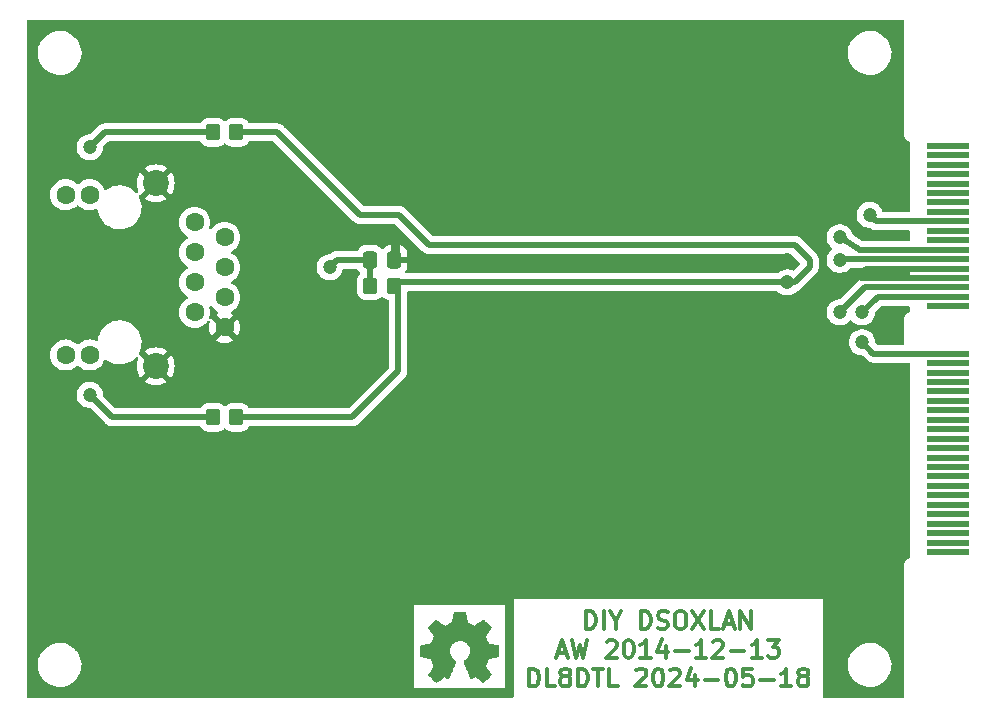
<source format=gbr>
%TF.GenerationSoftware,KiCad,Pcbnew,7.0.2*%
%TF.CreationDate,2024-05-18T17:34:20+02:00*%
%TF.ProjectId,dsoxlan,64736f78-6c61-46e2-9e6b-696361645f70,rev?*%
%TF.SameCoordinates,Original*%
%TF.FileFunction,Copper,L1,Top*%
%TF.FilePolarity,Positive*%
%FSLAX46Y46*%
G04 Gerber Fmt 4.6, Leading zero omitted, Abs format (unit mm)*
G04 Created by KiCad (PCBNEW 7.0.2) date 2024-05-18 17:34:20*
%MOMM*%
%LPD*%
G01*
G04 APERTURE LIST*
G04 Aperture macros list*
%AMRoundRect*
0 Rectangle with rounded corners*
0 $1 Rounding radius*
0 $2 $3 $4 $5 $6 $7 $8 $9 X,Y pos of 4 corners*
0 Add a 4 corners polygon primitive as box body*
4,1,4,$2,$3,$4,$5,$6,$7,$8,$9,$2,$3,0*
0 Add four circle primitives for the rounded corners*
1,1,$1+$1,$2,$3*
1,1,$1+$1,$4,$5*
1,1,$1+$1,$6,$7*
1,1,$1+$1,$8,$9*
0 Add four rect primitives between the rounded corners*
20,1,$1+$1,$2,$3,$4,$5,0*
20,1,$1+$1,$4,$5,$6,$7,0*
20,1,$1+$1,$6,$7,$8,$9,0*
20,1,$1+$1,$8,$9,$2,$3,0*%
G04 Aperture macros list end*
%ADD10C,0.300000*%
%TA.AperFunction,NonConductor*%
%ADD11C,0.300000*%
%TD*%
%TA.AperFunction,EtchedComponent*%
%ADD12C,0.010000*%
%TD*%
%TA.AperFunction,ComponentPad*%
%ADD13C,1.600000*%
%TD*%
%TA.AperFunction,ComponentPad*%
%ADD14C,2.200000*%
%TD*%
%TA.AperFunction,ConnectorPad*%
%ADD15R,3.600000X0.550000*%
%TD*%
%TA.AperFunction,SMDPad,CuDef*%
%ADD16RoundRect,0.250000X0.337500X0.475000X-0.337500X0.475000X-0.337500X-0.475000X0.337500X-0.475000X0*%
%TD*%
%TA.AperFunction,SMDPad,CuDef*%
%ADD17RoundRect,0.250000X0.350000X0.450000X-0.350000X0.450000X-0.350000X-0.450000X0.350000X-0.450000X0*%
%TD*%
%TA.AperFunction,ViaPad*%
%ADD18C,1.200000*%
%TD*%
%TA.AperFunction,Conductor*%
%ADD19C,0.500000*%
%TD*%
G04 APERTURE END LIST*
D10*
D11*
X160135714Y-111263928D02*
X160135714Y-109763928D01*
X160135714Y-109763928D02*
X160492857Y-109763928D01*
X160492857Y-109763928D02*
X160707143Y-109835357D01*
X160707143Y-109835357D02*
X160850000Y-109978214D01*
X160850000Y-109978214D02*
X160921429Y-110121071D01*
X160921429Y-110121071D02*
X160992857Y-110406785D01*
X160992857Y-110406785D02*
X160992857Y-110621071D01*
X160992857Y-110621071D02*
X160921429Y-110906785D01*
X160921429Y-110906785D02*
X160850000Y-111049642D01*
X160850000Y-111049642D02*
X160707143Y-111192500D01*
X160707143Y-111192500D02*
X160492857Y-111263928D01*
X160492857Y-111263928D02*
X160135714Y-111263928D01*
X161635714Y-111263928D02*
X161635714Y-109763928D01*
X162635715Y-110549642D02*
X162635715Y-111263928D01*
X162135715Y-109763928D02*
X162635715Y-110549642D01*
X162635715Y-110549642D02*
X163135715Y-109763928D01*
X164778571Y-111263928D02*
X164778571Y-109763928D01*
X164778571Y-109763928D02*
X165135714Y-109763928D01*
X165135714Y-109763928D02*
X165350000Y-109835357D01*
X165350000Y-109835357D02*
X165492857Y-109978214D01*
X165492857Y-109978214D02*
X165564286Y-110121071D01*
X165564286Y-110121071D02*
X165635714Y-110406785D01*
X165635714Y-110406785D02*
X165635714Y-110621071D01*
X165635714Y-110621071D02*
X165564286Y-110906785D01*
X165564286Y-110906785D02*
X165492857Y-111049642D01*
X165492857Y-111049642D02*
X165350000Y-111192500D01*
X165350000Y-111192500D02*
X165135714Y-111263928D01*
X165135714Y-111263928D02*
X164778571Y-111263928D01*
X166207143Y-111192500D02*
X166421429Y-111263928D01*
X166421429Y-111263928D02*
X166778571Y-111263928D01*
X166778571Y-111263928D02*
X166921429Y-111192500D01*
X166921429Y-111192500D02*
X166992857Y-111121071D01*
X166992857Y-111121071D02*
X167064286Y-110978214D01*
X167064286Y-110978214D02*
X167064286Y-110835357D01*
X167064286Y-110835357D02*
X166992857Y-110692500D01*
X166992857Y-110692500D02*
X166921429Y-110621071D01*
X166921429Y-110621071D02*
X166778571Y-110549642D01*
X166778571Y-110549642D02*
X166492857Y-110478214D01*
X166492857Y-110478214D02*
X166350000Y-110406785D01*
X166350000Y-110406785D02*
X166278571Y-110335357D01*
X166278571Y-110335357D02*
X166207143Y-110192500D01*
X166207143Y-110192500D02*
X166207143Y-110049642D01*
X166207143Y-110049642D02*
X166278571Y-109906785D01*
X166278571Y-109906785D02*
X166350000Y-109835357D01*
X166350000Y-109835357D02*
X166492857Y-109763928D01*
X166492857Y-109763928D02*
X166850000Y-109763928D01*
X166850000Y-109763928D02*
X167064286Y-109835357D01*
X167992857Y-109763928D02*
X168278571Y-109763928D01*
X168278571Y-109763928D02*
X168421428Y-109835357D01*
X168421428Y-109835357D02*
X168564285Y-109978214D01*
X168564285Y-109978214D02*
X168635714Y-110263928D01*
X168635714Y-110263928D02*
X168635714Y-110763928D01*
X168635714Y-110763928D02*
X168564285Y-111049642D01*
X168564285Y-111049642D02*
X168421428Y-111192500D01*
X168421428Y-111192500D02*
X168278571Y-111263928D01*
X168278571Y-111263928D02*
X167992857Y-111263928D01*
X167992857Y-111263928D02*
X167850000Y-111192500D01*
X167850000Y-111192500D02*
X167707142Y-111049642D01*
X167707142Y-111049642D02*
X167635714Y-110763928D01*
X167635714Y-110763928D02*
X167635714Y-110263928D01*
X167635714Y-110263928D02*
X167707142Y-109978214D01*
X167707142Y-109978214D02*
X167850000Y-109835357D01*
X167850000Y-109835357D02*
X167992857Y-109763928D01*
X169135714Y-109763928D02*
X170135714Y-111263928D01*
X170135714Y-109763928D02*
X169135714Y-111263928D01*
X171421428Y-111263928D02*
X170707142Y-111263928D01*
X170707142Y-111263928D02*
X170707142Y-109763928D01*
X171850000Y-110835357D02*
X172564286Y-110835357D01*
X171707143Y-111263928D02*
X172207143Y-109763928D01*
X172207143Y-109763928D02*
X172707143Y-111263928D01*
X173207142Y-111263928D02*
X173207142Y-109763928D01*
X173207142Y-109763928D02*
X174064285Y-111263928D01*
X174064285Y-111263928D02*
X174064285Y-109763928D01*
X157742859Y-113265357D02*
X158457145Y-113265357D01*
X157600002Y-113693928D02*
X158100002Y-112193928D01*
X158100002Y-112193928D02*
X158600002Y-113693928D01*
X158957144Y-112193928D02*
X159314287Y-113693928D01*
X159314287Y-113693928D02*
X159600001Y-112622500D01*
X159600001Y-112622500D02*
X159885716Y-113693928D01*
X159885716Y-113693928D02*
X160242859Y-112193928D01*
X161885716Y-112336785D02*
X161957144Y-112265357D01*
X161957144Y-112265357D02*
X162100002Y-112193928D01*
X162100002Y-112193928D02*
X162457144Y-112193928D01*
X162457144Y-112193928D02*
X162600002Y-112265357D01*
X162600002Y-112265357D02*
X162671430Y-112336785D01*
X162671430Y-112336785D02*
X162742859Y-112479642D01*
X162742859Y-112479642D02*
X162742859Y-112622500D01*
X162742859Y-112622500D02*
X162671430Y-112836785D01*
X162671430Y-112836785D02*
X161814287Y-113693928D01*
X161814287Y-113693928D02*
X162742859Y-113693928D01*
X163671430Y-112193928D02*
X163814287Y-112193928D01*
X163814287Y-112193928D02*
X163957144Y-112265357D01*
X163957144Y-112265357D02*
X164028573Y-112336785D01*
X164028573Y-112336785D02*
X164100001Y-112479642D01*
X164100001Y-112479642D02*
X164171430Y-112765357D01*
X164171430Y-112765357D02*
X164171430Y-113122500D01*
X164171430Y-113122500D02*
X164100001Y-113408214D01*
X164100001Y-113408214D02*
X164028573Y-113551071D01*
X164028573Y-113551071D02*
X163957144Y-113622500D01*
X163957144Y-113622500D02*
X163814287Y-113693928D01*
X163814287Y-113693928D02*
X163671430Y-113693928D01*
X163671430Y-113693928D02*
X163528573Y-113622500D01*
X163528573Y-113622500D02*
X163457144Y-113551071D01*
X163457144Y-113551071D02*
X163385715Y-113408214D01*
X163385715Y-113408214D02*
X163314287Y-113122500D01*
X163314287Y-113122500D02*
X163314287Y-112765357D01*
X163314287Y-112765357D02*
X163385715Y-112479642D01*
X163385715Y-112479642D02*
X163457144Y-112336785D01*
X163457144Y-112336785D02*
X163528573Y-112265357D01*
X163528573Y-112265357D02*
X163671430Y-112193928D01*
X165600001Y-113693928D02*
X164742858Y-113693928D01*
X165171429Y-113693928D02*
X165171429Y-112193928D01*
X165171429Y-112193928D02*
X165028572Y-112408214D01*
X165028572Y-112408214D02*
X164885715Y-112551071D01*
X164885715Y-112551071D02*
X164742858Y-112622500D01*
X166885715Y-112693928D02*
X166885715Y-113693928D01*
X166528572Y-112122500D02*
X166171429Y-113193928D01*
X166171429Y-113193928D02*
X167100000Y-113193928D01*
X167671428Y-113122500D02*
X168814286Y-113122500D01*
X170314286Y-113693928D02*
X169457143Y-113693928D01*
X169885714Y-113693928D02*
X169885714Y-112193928D01*
X169885714Y-112193928D02*
X169742857Y-112408214D01*
X169742857Y-112408214D02*
X169600000Y-112551071D01*
X169600000Y-112551071D02*
X169457143Y-112622500D01*
X170885714Y-112336785D02*
X170957142Y-112265357D01*
X170957142Y-112265357D02*
X171100000Y-112193928D01*
X171100000Y-112193928D02*
X171457142Y-112193928D01*
X171457142Y-112193928D02*
X171600000Y-112265357D01*
X171600000Y-112265357D02*
X171671428Y-112336785D01*
X171671428Y-112336785D02*
X171742857Y-112479642D01*
X171742857Y-112479642D02*
X171742857Y-112622500D01*
X171742857Y-112622500D02*
X171671428Y-112836785D01*
X171671428Y-112836785D02*
X170814285Y-113693928D01*
X170814285Y-113693928D02*
X171742857Y-113693928D01*
X172385713Y-113122500D02*
X173528571Y-113122500D01*
X175028571Y-113693928D02*
X174171428Y-113693928D01*
X174599999Y-113693928D02*
X174599999Y-112193928D01*
X174599999Y-112193928D02*
X174457142Y-112408214D01*
X174457142Y-112408214D02*
X174314285Y-112551071D01*
X174314285Y-112551071D02*
X174171428Y-112622500D01*
X175528570Y-112193928D02*
X176457142Y-112193928D01*
X176457142Y-112193928D02*
X175957142Y-112765357D01*
X175957142Y-112765357D02*
X176171427Y-112765357D01*
X176171427Y-112765357D02*
X176314285Y-112836785D01*
X176314285Y-112836785D02*
X176385713Y-112908214D01*
X176385713Y-112908214D02*
X176457142Y-113051071D01*
X176457142Y-113051071D02*
X176457142Y-113408214D01*
X176457142Y-113408214D02*
X176385713Y-113551071D01*
X176385713Y-113551071D02*
X176314285Y-113622500D01*
X176314285Y-113622500D02*
X176171427Y-113693928D01*
X176171427Y-113693928D02*
X175742856Y-113693928D01*
X175742856Y-113693928D02*
X175599999Y-113622500D01*
X175599999Y-113622500D02*
X175528570Y-113551071D01*
X155314287Y-116123928D02*
X155314287Y-114623928D01*
X155314287Y-114623928D02*
X155671430Y-114623928D01*
X155671430Y-114623928D02*
X155885716Y-114695357D01*
X155885716Y-114695357D02*
X156028573Y-114838214D01*
X156028573Y-114838214D02*
X156100002Y-114981071D01*
X156100002Y-114981071D02*
X156171430Y-115266785D01*
X156171430Y-115266785D02*
X156171430Y-115481071D01*
X156171430Y-115481071D02*
X156100002Y-115766785D01*
X156100002Y-115766785D02*
X156028573Y-115909642D01*
X156028573Y-115909642D02*
X155885716Y-116052500D01*
X155885716Y-116052500D02*
X155671430Y-116123928D01*
X155671430Y-116123928D02*
X155314287Y-116123928D01*
X157528573Y-116123928D02*
X156814287Y-116123928D01*
X156814287Y-116123928D02*
X156814287Y-114623928D01*
X158242859Y-115266785D02*
X158100002Y-115195357D01*
X158100002Y-115195357D02*
X158028573Y-115123928D01*
X158028573Y-115123928D02*
X157957145Y-114981071D01*
X157957145Y-114981071D02*
X157957145Y-114909642D01*
X157957145Y-114909642D02*
X158028573Y-114766785D01*
X158028573Y-114766785D02*
X158100002Y-114695357D01*
X158100002Y-114695357D02*
X158242859Y-114623928D01*
X158242859Y-114623928D02*
X158528573Y-114623928D01*
X158528573Y-114623928D02*
X158671431Y-114695357D01*
X158671431Y-114695357D02*
X158742859Y-114766785D01*
X158742859Y-114766785D02*
X158814288Y-114909642D01*
X158814288Y-114909642D02*
X158814288Y-114981071D01*
X158814288Y-114981071D02*
X158742859Y-115123928D01*
X158742859Y-115123928D02*
X158671431Y-115195357D01*
X158671431Y-115195357D02*
X158528573Y-115266785D01*
X158528573Y-115266785D02*
X158242859Y-115266785D01*
X158242859Y-115266785D02*
X158100002Y-115338214D01*
X158100002Y-115338214D02*
X158028573Y-115409642D01*
X158028573Y-115409642D02*
X157957145Y-115552500D01*
X157957145Y-115552500D02*
X157957145Y-115838214D01*
X157957145Y-115838214D02*
X158028573Y-115981071D01*
X158028573Y-115981071D02*
X158100002Y-116052500D01*
X158100002Y-116052500D02*
X158242859Y-116123928D01*
X158242859Y-116123928D02*
X158528573Y-116123928D01*
X158528573Y-116123928D02*
X158671431Y-116052500D01*
X158671431Y-116052500D02*
X158742859Y-115981071D01*
X158742859Y-115981071D02*
X158814288Y-115838214D01*
X158814288Y-115838214D02*
X158814288Y-115552500D01*
X158814288Y-115552500D02*
X158742859Y-115409642D01*
X158742859Y-115409642D02*
X158671431Y-115338214D01*
X158671431Y-115338214D02*
X158528573Y-115266785D01*
X159457144Y-116123928D02*
X159457144Y-114623928D01*
X159457144Y-114623928D02*
X159814287Y-114623928D01*
X159814287Y-114623928D02*
X160028573Y-114695357D01*
X160028573Y-114695357D02*
X160171430Y-114838214D01*
X160171430Y-114838214D02*
X160242859Y-114981071D01*
X160242859Y-114981071D02*
X160314287Y-115266785D01*
X160314287Y-115266785D02*
X160314287Y-115481071D01*
X160314287Y-115481071D02*
X160242859Y-115766785D01*
X160242859Y-115766785D02*
X160171430Y-115909642D01*
X160171430Y-115909642D02*
X160028573Y-116052500D01*
X160028573Y-116052500D02*
X159814287Y-116123928D01*
X159814287Y-116123928D02*
X159457144Y-116123928D01*
X160742859Y-114623928D02*
X161600002Y-114623928D01*
X161171430Y-116123928D02*
X161171430Y-114623928D01*
X162814287Y-116123928D02*
X162100001Y-116123928D01*
X162100001Y-116123928D02*
X162100001Y-114623928D01*
X164385716Y-114766785D02*
X164457144Y-114695357D01*
X164457144Y-114695357D02*
X164600002Y-114623928D01*
X164600002Y-114623928D02*
X164957144Y-114623928D01*
X164957144Y-114623928D02*
X165100002Y-114695357D01*
X165100002Y-114695357D02*
X165171430Y-114766785D01*
X165171430Y-114766785D02*
X165242859Y-114909642D01*
X165242859Y-114909642D02*
X165242859Y-115052500D01*
X165242859Y-115052500D02*
X165171430Y-115266785D01*
X165171430Y-115266785D02*
X164314287Y-116123928D01*
X164314287Y-116123928D02*
X165242859Y-116123928D01*
X166171430Y-114623928D02*
X166314287Y-114623928D01*
X166314287Y-114623928D02*
X166457144Y-114695357D01*
X166457144Y-114695357D02*
X166528573Y-114766785D01*
X166528573Y-114766785D02*
X166600001Y-114909642D01*
X166600001Y-114909642D02*
X166671430Y-115195357D01*
X166671430Y-115195357D02*
X166671430Y-115552500D01*
X166671430Y-115552500D02*
X166600001Y-115838214D01*
X166600001Y-115838214D02*
X166528573Y-115981071D01*
X166528573Y-115981071D02*
X166457144Y-116052500D01*
X166457144Y-116052500D02*
X166314287Y-116123928D01*
X166314287Y-116123928D02*
X166171430Y-116123928D01*
X166171430Y-116123928D02*
X166028573Y-116052500D01*
X166028573Y-116052500D02*
X165957144Y-115981071D01*
X165957144Y-115981071D02*
X165885715Y-115838214D01*
X165885715Y-115838214D02*
X165814287Y-115552500D01*
X165814287Y-115552500D02*
X165814287Y-115195357D01*
X165814287Y-115195357D02*
X165885715Y-114909642D01*
X165885715Y-114909642D02*
X165957144Y-114766785D01*
X165957144Y-114766785D02*
X166028573Y-114695357D01*
X166028573Y-114695357D02*
X166171430Y-114623928D01*
X167242858Y-114766785D02*
X167314286Y-114695357D01*
X167314286Y-114695357D02*
X167457144Y-114623928D01*
X167457144Y-114623928D02*
X167814286Y-114623928D01*
X167814286Y-114623928D02*
X167957144Y-114695357D01*
X167957144Y-114695357D02*
X168028572Y-114766785D01*
X168028572Y-114766785D02*
X168100001Y-114909642D01*
X168100001Y-114909642D02*
X168100001Y-115052500D01*
X168100001Y-115052500D02*
X168028572Y-115266785D01*
X168028572Y-115266785D02*
X167171429Y-116123928D01*
X167171429Y-116123928D02*
X168100001Y-116123928D01*
X169385715Y-115123928D02*
X169385715Y-116123928D01*
X169028572Y-114552500D02*
X168671429Y-115623928D01*
X168671429Y-115623928D02*
X169600000Y-115623928D01*
X170171428Y-115552500D02*
X171314286Y-115552500D01*
X172314286Y-114623928D02*
X172457143Y-114623928D01*
X172457143Y-114623928D02*
X172600000Y-114695357D01*
X172600000Y-114695357D02*
X172671429Y-114766785D01*
X172671429Y-114766785D02*
X172742857Y-114909642D01*
X172742857Y-114909642D02*
X172814286Y-115195357D01*
X172814286Y-115195357D02*
X172814286Y-115552500D01*
X172814286Y-115552500D02*
X172742857Y-115838214D01*
X172742857Y-115838214D02*
X172671429Y-115981071D01*
X172671429Y-115981071D02*
X172600000Y-116052500D01*
X172600000Y-116052500D02*
X172457143Y-116123928D01*
X172457143Y-116123928D02*
X172314286Y-116123928D01*
X172314286Y-116123928D02*
X172171429Y-116052500D01*
X172171429Y-116052500D02*
X172100000Y-115981071D01*
X172100000Y-115981071D02*
X172028571Y-115838214D01*
X172028571Y-115838214D02*
X171957143Y-115552500D01*
X171957143Y-115552500D02*
X171957143Y-115195357D01*
X171957143Y-115195357D02*
X172028571Y-114909642D01*
X172028571Y-114909642D02*
X172100000Y-114766785D01*
X172100000Y-114766785D02*
X172171429Y-114695357D01*
X172171429Y-114695357D02*
X172314286Y-114623928D01*
X174171428Y-114623928D02*
X173457142Y-114623928D01*
X173457142Y-114623928D02*
X173385714Y-115338214D01*
X173385714Y-115338214D02*
X173457142Y-115266785D01*
X173457142Y-115266785D02*
X173600000Y-115195357D01*
X173600000Y-115195357D02*
X173957142Y-115195357D01*
X173957142Y-115195357D02*
X174100000Y-115266785D01*
X174100000Y-115266785D02*
X174171428Y-115338214D01*
X174171428Y-115338214D02*
X174242857Y-115481071D01*
X174242857Y-115481071D02*
X174242857Y-115838214D01*
X174242857Y-115838214D02*
X174171428Y-115981071D01*
X174171428Y-115981071D02*
X174100000Y-116052500D01*
X174100000Y-116052500D02*
X173957142Y-116123928D01*
X173957142Y-116123928D02*
X173600000Y-116123928D01*
X173600000Y-116123928D02*
X173457142Y-116052500D01*
X173457142Y-116052500D02*
X173385714Y-115981071D01*
X174885713Y-115552500D02*
X176028571Y-115552500D01*
X177528571Y-116123928D02*
X176671428Y-116123928D01*
X177099999Y-116123928D02*
X177099999Y-114623928D01*
X177099999Y-114623928D02*
X176957142Y-114838214D01*
X176957142Y-114838214D02*
X176814285Y-114981071D01*
X176814285Y-114981071D02*
X176671428Y-115052500D01*
X178385713Y-115266785D02*
X178242856Y-115195357D01*
X178242856Y-115195357D02*
X178171427Y-115123928D01*
X178171427Y-115123928D02*
X178099999Y-114981071D01*
X178099999Y-114981071D02*
X178099999Y-114909642D01*
X178099999Y-114909642D02*
X178171427Y-114766785D01*
X178171427Y-114766785D02*
X178242856Y-114695357D01*
X178242856Y-114695357D02*
X178385713Y-114623928D01*
X178385713Y-114623928D02*
X178671427Y-114623928D01*
X178671427Y-114623928D02*
X178814285Y-114695357D01*
X178814285Y-114695357D02*
X178885713Y-114766785D01*
X178885713Y-114766785D02*
X178957142Y-114909642D01*
X178957142Y-114909642D02*
X178957142Y-114981071D01*
X178957142Y-114981071D02*
X178885713Y-115123928D01*
X178885713Y-115123928D02*
X178814285Y-115195357D01*
X178814285Y-115195357D02*
X178671427Y-115266785D01*
X178671427Y-115266785D02*
X178385713Y-115266785D01*
X178385713Y-115266785D02*
X178242856Y-115338214D01*
X178242856Y-115338214D02*
X178171427Y-115409642D01*
X178171427Y-115409642D02*
X178099999Y-115552500D01*
X178099999Y-115552500D02*
X178099999Y-115838214D01*
X178099999Y-115838214D02*
X178171427Y-115981071D01*
X178171427Y-115981071D02*
X178242856Y-116052500D01*
X178242856Y-116052500D02*
X178385713Y-116123928D01*
X178385713Y-116123928D02*
X178671427Y-116123928D01*
X178671427Y-116123928D02*
X178814285Y-116052500D01*
X178814285Y-116052500D02*
X178885713Y-115981071D01*
X178885713Y-115981071D02*
X178957142Y-115838214D01*
X178957142Y-115838214D02*
X178957142Y-115552500D01*
X178957142Y-115552500D02*
X178885713Y-115409642D01*
X178885713Y-115409642D02*
X178814285Y-115338214D01*
X178814285Y-115338214D02*
X178671427Y-115266785D01*
%TO.C,SYM101*%
D12*
X149955814Y-110268931D02*
X150039635Y-110713555D01*
X150348920Y-110841053D01*
X150658206Y-110968551D01*
X151029246Y-110716246D01*
X151133157Y-110645996D01*
X151227087Y-110583272D01*
X151306652Y-110530938D01*
X151367470Y-110491857D01*
X151405157Y-110468893D01*
X151415421Y-110463942D01*
X151433910Y-110476676D01*
X151473420Y-110511882D01*
X151529522Y-110565062D01*
X151597787Y-110631718D01*
X151673786Y-110707354D01*
X151753092Y-110787472D01*
X151831275Y-110867574D01*
X151903907Y-110943164D01*
X151966559Y-111009745D01*
X152014803Y-111062818D01*
X152044210Y-111097887D01*
X152051241Y-111109623D01*
X152041123Y-111131260D01*
X152012759Y-111178662D01*
X151969129Y-111247193D01*
X151913218Y-111332215D01*
X151848006Y-111429093D01*
X151810219Y-111484350D01*
X151741343Y-111585248D01*
X151680140Y-111676299D01*
X151629578Y-111752970D01*
X151592628Y-111810728D01*
X151572258Y-111845043D01*
X151569197Y-111852254D01*
X151576136Y-111872748D01*
X151595051Y-111920513D01*
X151623087Y-111988832D01*
X151657391Y-112070989D01*
X151695109Y-112160270D01*
X151733387Y-112249958D01*
X151769370Y-112333338D01*
X151800206Y-112403694D01*
X151823039Y-112454310D01*
X151835017Y-112478471D01*
X151835724Y-112479422D01*
X151854531Y-112484036D01*
X151904618Y-112494328D01*
X151980793Y-112509287D01*
X152077865Y-112527901D01*
X152190643Y-112549159D01*
X152256442Y-112561418D01*
X152376950Y-112584362D01*
X152485797Y-112606195D01*
X152577476Y-112625722D01*
X152646481Y-112641748D01*
X152687304Y-112653079D01*
X152695511Y-112656674D01*
X152703548Y-112681006D01*
X152710033Y-112735959D01*
X152714970Y-112815108D01*
X152718364Y-112912026D01*
X152720218Y-113020287D01*
X152720538Y-113133465D01*
X152719327Y-113245135D01*
X152716590Y-113348868D01*
X152712331Y-113438241D01*
X152706555Y-113506826D01*
X152699267Y-113548197D01*
X152694895Y-113556810D01*
X152668764Y-113567133D01*
X152613393Y-113581892D01*
X152536107Y-113599352D01*
X152444230Y-113617780D01*
X152412158Y-113623741D01*
X152257524Y-113652066D01*
X152135375Y-113674876D01*
X152041673Y-113693080D01*
X151972384Y-113707583D01*
X151923471Y-113719292D01*
X151890897Y-113729115D01*
X151870628Y-113737956D01*
X151858626Y-113746724D01*
X151856947Y-113748457D01*
X151840184Y-113776371D01*
X151814614Y-113830695D01*
X151782788Y-113904777D01*
X151747260Y-113991965D01*
X151710583Y-114085608D01*
X151675311Y-114179052D01*
X151643996Y-114265647D01*
X151619193Y-114338740D01*
X151603454Y-114391678D01*
X151599332Y-114417811D01*
X151599676Y-114418726D01*
X151613641Y-114440086D01*
X151645322Y-114487084D01*
X151691391Y-114554827D01*
X151748518Y-114638423D01*
X151813373Y-114732982D01*
X151831843Y-114759854D01*
X151897699Y-114857275D01*
X151955650Y-114946163D01*
X152002538Y-115021412D01*
X152035207Y-115077920D01*
X152050500Y-115110581D01*
X152051241Y-115114593D01*
X152038392Y-115135684D01*
X152002888Y-115177464D01*
X151949293Y-115235445D01*
X151882171Y-115305135D01*
X151806087Y-115382045D01*
X151725604Y-115461683D01*
X151645287Y-115539561D01*
X151569699Y-115611186D01*
X151503405Y-115672070D01*
X151450969Y-115717721D01*
X151416955Y-115743650D01*
X151407545Y-115747883D01*
X151385643Y-115737912D01*
X151340800Y-115711020D01*
X151280321Y-115671736D01*
X151233789Y-115640117D01*
X151149475Y-115582098D01*
X151049626Y-115513784D01*
X150949473Y-115445579D01*
X150895627Y-115409075D01*
X150713371Y-115285800D01*
X150560381Y-115368520D01*
X150490682Y-115404759D01*
X150431414Y-115432926D01*
X150391311Y-115448991D01*
X150381103Y-115451226D01*
X150368829Y-115434722D01*
X150344613Y-115388082D01*
X150310263Y-115315609D01*
X150267588Y-115221606D01*
X150218394Y-115110374D01*
X150164490Y-114986215D01*
X150107684Y-114853432D01*
X150049782Y-114716327D01*
X149992593Y-114579202D01*
X149937924Y-114446358D01*
X149887584Y-114322098D01*
X149843380Y-114210725D01*
X149807119Y-114116539D01*
X149780609Y-114043844D01*
X149765658Y-113996941D01*
X149763254Y-113980833D01*
X149782311Y-113960286D01*
X149824036Y-113926933D01*
X149879706Y-113887702D01*
X149884378Y-113884599D01*
X150028264Y-113769423D01*
X150144283Y-113635053D01*
X150231430Y-113485784D01*
X150288699Y-113325913D01*
X150315086Y-113159737D01*
X150309585Y-112991552D01*
X150271190Y-112825655D01*
X150198895Y-112666342D01*
X150177626Y-112631487D01*
X150066996Y-112490737D01*
X149936302Y-112377714D01*
X149790064Y-112293003D01*
X149632808Y-112237194D01*
X149469057Y-112210874D01*
X149303333Y-112214630D01*
X149140162Y-112249050D01*
X148984065Y-112314723D01*
X148839567Y-112412235D01*
X148794869Y-112451813D01*
X148681112Y-112575703D01*
X148598218Y-112706124D01*
X148541356Y-112852315D01*
X148509687Y-112997088D01*
X148501869Y-113159860D01*
X148527938Y-113323440D01*
X148585245Y-113482298D01*
X148671144Y-113630906D01*
X148782986Y-113763735D01*
X148918123Y-113875256D01*
X148935883Y-113887011D01*
X148992150Y-113925508D01*
X149034923Y-113958863D01*
X149055372Y-113980160D01*
X149055669Y-113980833D01*
X149051279Y-114003871D01*
X149033876Y-114056157D01*
X149005268Y-114133390D01*
X148967265Y-114231268D01*
X148921674Y-114345491D01*
X148870303Y-114471758D01*
X148814962Y-114605767D01*
X148757458Y-114743218D01*
X148699601Y-114879808D01*
X148643198Y-115011237D01*
X148590058Y-115133205D01*
X148541990Y-115241409D01*
X148500801Y-115331549D01*
X148468301Y-115399323D01*
X148446297Y-115440430D01*
X148437436Y-115451226D01*
X148410360Y-115442819D01*
X148359697Y-115420272D01*
X148294183Y-115387613D01*
X148258159Y-115368520D01*
X148105168Y-115285800D01*
X147922912Y-115409075D01*
X147829875Y-115472228D01*
X147728015Y-115541727D01*
X147632562Y-115607165D01*
X147584750Y-115640117D01*
X147517505Y-115685273D01*
X147460564Y-115721057D01*
X147421354Y-115742938D01*
X147408619Y-115747563D01*
X147390083Y-115735085D01*
X147349059Y-115700252D01*
X147289525Y-115646678D01*
X147215458Y-115577983D01*
X147130835Y-115497781D01*
X147077315Y-115446286D01*
X146983681Y-115354286D01*
X146902759Y-115271999D01*
X146837823Y-115202945D01*
X146792142Y-115150644D01*
X146768989Y-115118616D01*
X146766768Y-115112116D01*
X146777076Y-115087394D01*
X146805561Y-115037405D01*
X146849063Y-114967212D01*
X146904423Y-114881875D01*
X146968480Y-114786456D01*
X146986697Y-114759854D01*
X147053073Y-114663167D01*
X147112622Y-114576117D01*
X147162016Y-114503595D01*
X147197925Y-114450493D01*
X147217019Y-114421703D01*
X147218864Y-114418726D01*
X147216105Y-114395782D01*
X147201462Y-114345336D01*
X147177487Y-114274041D01*
X147146734Y-114188547D01*
X147111756Y-114095507D01*
X147075107Y-114001574D01*
X147039339Y-113913399D01*
X147007006Y-113837634D01*
X146980662Y-113780931D01*
X146962858Y-113749943D01*
X146961593Y-113748457D01*
X146950706Y-113739601D01*
X146932318Y-113730843D01*
X146902394Y-113721277D01*
X146856897Y-113709996D01*
X146791791Y-113696093D01*
X146703039Y-113678663D01*
X146586607Y-113656798D01*
X146438458Y-113629591D01*
X146406382Y-113623741D01*
X146311314Y-113605374D01*
X146228435Y-113587405D01*
X146165070Y-113571569D01*
X146128542Y-113559600D01*
X146123644Y-113556810D01*
X146115573Y-113532072D01*
X146109013Y-113476790D01*
X146103967Y-113397389D01*
X146100441Y-113300296D01*
X146098439Y-113191938D01*
X146097964Y-113078740D01*
X146099023Y-112967128D01*
X146101618Y-112863529D01*
X146105754Y-112774368D01*
X146111437Y-112706072D01*
X146118669Y-112665066D01*
X146123029Y-112656674D01*
X146147302Y-112648208D01*
X146202574Y-112634435D01*
X146283338Y-112616550D01*
X146384088Y-112595748D01*
X146499317Y-112573223D01*
X146562098Y-112561418D01*
X146681213Y-112539151D01*
X146787435Y-112518979D01*
X146875573Y-112501915D01*
X146940434Y-112488969D01*
X146976826Y-112481155D01*
X146982816Y-112479422D01*
X146992939Y-112459890D01*
X147014338Y-112412843D01*
X147044161Y-112345003D01*
X147079555Y-112263091D01*
X147117668Y-112173828D01*
X147155647Y-112083935D01*
X147190640Y-112000135D01*
X147219794Y-111929147D01*
X147240257Y-111877694D01*
X147249177Y-111852497D01*
X147249343Y-111851396D01*
X147239231Y-111831519D01*
X147210883Y-111785777D01*
X147167277Y-111718717D01*
X147111394Y-111634884D01*
X147046213Y-111538826D01*
X147008321Y-111483650D01*
X146939275Y-111382481D01*
X146877950Y-111290630D01*
X146827337Y-111212744D01*
X146790429Y-111153469D01*
X146770218Y-111117451D01*
X146767299Y-111109377D01*
X146779847Y-111090584D01*
X146814537Y-111050457D01*
X146866937Y-110993493D01*
X146932616Y-110924185D01*
X147007144Y-110847031D01*
X147086087Y-110766525D01*
X147165017Y-110687163D01*
X147239500Y-110613440D01*
X147305106Y-110549852D01*
X147357404Y-110500894D01*
X147391961Y-110471061D01*
X147403522Y-110463942D01*
X147422346Y-110473953D01*
X147467369Y-110502078D01*
X147534213Y-110545454D01*
X147618501Y-110601218D01*
X147715856Y-110666506D01*
X147789293Y-110716246D01*
X148160333Y-110968551D01*
X148778905Y-110713555D01*
X148862725Y-110268931D01*
X148946546Y-109824307D01*
X149871994Y-109824307D01*
X149955814Y-110268931D01*
%TA.AperFunction,EtchedComponent*%
G36*
X149955814Y-110268931D02*
G01*
X150039635Y-110713555D01*
X150348920Y-110841053D01*
X150658206Y-110968551D01*
X151029246Y-110716246D01*
X151133157Y-110645996D01*
X151227087Y-110583272D01*
X151306652Y-110530938D01*
X151367470Y-110491857D01*
X151405157Y-110468893D01*
X151415421Y-110463942D01*
X151433910Y-110476676D01*
X151473420Y-110511882D01*
X151529522Y-110565062D01*
X151597787Y-110631718D01*
X151673786Y-110707354D01*
X151753092Y-110787472D01*
X151831275Y-110867574D01*
X151903907Y-110943164D01*
X151966559Y-111009745D01*
X152014803Y-111062818D01*
X152044210Y-111097887D01*
X152051241Y-111109623D01*
X152041123Y-111131260D01*
X152012759Y-111178662D01*
X151969129Y-111247193D01*
X151913218Y-111332215D01*
X151848006Y-111429093D01*
X151810219Y-111484350D01*
X151741343Y-111585248D01*
X151680140Y-111676299D01*
X151629578Y-111752970D01*
X151592628Y-111810728D01*
X151572258Y-111845043D01*
X151569197Y-111852254D01*
X151576136Y-111872748D01*
X151595051Y-111920513D01*
X151623087Y-111988832D01*
X151657391Y-112070989D01*
X151695109Y-112160270D01*
X151733387Y-112249958D01*
X151769370Y-112333338D01*
X151800206Y-112403694D01*
X151823039Y-112454310D01*
X151835017Y-112478471D01*
X151835724Y-112479422D01*
X151854531Y-112484036D01*
X151904618Y-112494328D01*
X151980793Y-112509287D01*
X152077865Y-112527901D01*
X152190643Y-112549159D01*
X152256442Y-112561418D01*
X152376950Y-112584362D01*
X152485797Y-112606195D01*
X152577476Y-112625722D01*
X152646481Y-112641748D01*
X152687304Y-112653079D01*
X152695511Y-112656674D01*
X152703548Y-112681006D01*
X152710033Y-112735959D01*
X152714970Y-112815108D01*
X152718364Y-112912026D01*
X152720218Y-113020287D01*
X152720538Y-113133465D01*
X152719327Y-113245135D01*
X152716590Y-113348868D01*
X152712331Y-113438241D01*
X152706555Y-113506826D01*
X152699267Y-113548197D01*
X152694895Y-113556810D01*
X152668764Y-113567133D01*
X152613393Y-113581892D01*
X152536107Y-113599352D01*
X152444230Y-113617780D01*
X152412158Y-113623741D01*
X152257524Y-113652066D01*
X152135375Y-113674876D01*
X152041673Y-113693080D01*
X151972384Y-113707583D01*
X151923471Y-113719292D01*
X151890897Y-113729115D01*
X151870628Y-113737956D01*
X151858626Y-113746724D01*
X151856947Y-113748457D01*
X151840184Y-113776371D01*
X151814614Y-113830695D01*
X151782788Y-113904777D01*
X151747260Y-113991965D01*
X151710583Y-114085608D01*
X151675311Y-114179052D01*
X151643996Y-114265647D01*
X151619193Y-114338740D01*
X151603454Y-114391678D01*
X151599332Y-114417811D01*
X151599676Y-114418726D01*
X151613641Y-114440086D01*
X151645322Y-114487084D01*
X151691391Y-114554827D01*
X151748518Y-114638423D01*
X151813373Y-114732982D01*
X151831843Y-114759854D01*
X151897699Y-114857275D01*
X151955650Y-114946163D01*
X152002538Y-115021412D01*
X152035207Y-115077920D01*
X152050500Y-115110581D01*
X152051241Y-115114593D01*
X152038392Y-115135684D01*
X152002888Y-115177464D01*
X151949293Y-115235445D01*
X151882171Y-115305135D01*
X151806087Y-115382045D01*
X151725604Y-115461683D01*
X151645287Y-115539561D01*
X151569699Y-115611186D01*
X151503405Y-115672070D01*
X151450969Y-115717721D01*
X151416955Y-115743650D01*
X151407545Y-115747883D01*
X151385643Y-115737912D01*
X151340800Y-115711020D01*
X151280321Y-115671736D01*
X151233789Y-115640117D01*
X151149475Y-115582098D01*
X151049626Y-115513784D01*
X150949473Y-115445579D01*
X150895627Y-115409075D01*
X150713371Y-115285800D01*
X150560381Y-115368520D01*
X150490682Y-115404759D01*
X150431414Y-115432926D01*
X150391311Y-115448991D01*
X150381103Y-115451226D01*
X150368829Y-115434722D01*
X150344613Y-115388082D01*
X150310263Y-115315609D01*
X150267588Y-115221606D01*
X150218394Y-115110374D01*
X150164490Y-114986215D01*
X150107684Y-114853432D01*
X150049782Y-114716327D01*
X149992593Y-114579202D01*
X149937924Y-114446358D01*
X149887584Y-114322098D01*
X149843380Y-114210725D01*
X149807119Y-114116539D01*
X149780609Y-114043844D01*
X149765658Y-113996941D01*
X149763254Y-113980833D01*
X149782311Y-113960286D01*
X149824036Y-113926933D01*
X149879706Y-113887702D01*
X149884378Y-113884599D01*
X150028264Y-113769423D01*
X150144283Y-113635053D01*
X150231430Y-113485784D01*
X150288699Y-113325913D01*
X150315086Y-113159737D01*
X150309585Y-112991552D01*
X150271190Y-112825655D01*
X150198895Y-112666342D01*
X150177626Y-112631487D01*
X150066996Y-112490737D01*
X149936302Y-112377714D01*
X149790064Y-112293003D01*
X149632808Y-112237194D01*
X149469057Y-112210874D01*
X149303333Y-112214630D01*
X149140162Y-112249050D01*
X148984065Y-112314723D01*
X148839567Y-112412235D01*
X148794869Y-112451813D01*
X148681112Y-112575703D01*
X148598218Y-112706124D01*
X148541356Y-112852315D01*
X148509687Y-112997088D01*
X148501869Y-113159860D01*
X148527938Y-113323440D01*
X148585245Y-113482298D01*
X148671144Y-113630906D01*
X148782986Y-113763735D01*
X148918123Y-113875256D01*
X148935883Y-113887011D01*
X148992150Y-113925508D01*
X149034923Y-113958863D01*
X149055372Y-113980160D01*
X149055669Y-113980833D01*
X149051279Y-114003871D01*
X149033876Y-114056157D01*
X149005268Y-114133390D01*
X148967265Y-114231268D01*
X148921674Y-114345491D01*
X148870303Y-114471758D01*
X148814962Y-114605767D01*
X148757458Y-114743218D01*
X148699601Y-114879808D01*
X148643198Y-115011237D01*
X148590058Y-115133205D01*
X148541990Y-115241409D01*
X148500801Y-115331549D01*
X148468301Y-115399323D01*
X148446297Y-115440430D01*
X148437436Y-115451226D01*
X148410360Y-115442819D01*
X148359697Y-115420272D01*
X148294183Y-115387613D01*
X148258159Y-115368520D01*
X148105168Y-115285800D01*
X147922912Y-115409075D01*
X147829875Y-115472228D01*
X147728015Y-115541727D01*
X147632562Y-115607165D01*
X147584750Y-115640117D01*
X147517505Y-115685273D01*
X147460564Y-115721057D01*
X147421354Y-115742938D01*
X147408619Y-115747563D01*
X147390083Y-115735085D01*
X147349059Y-115700252D01*
X147289525Y-115646678D01*
X147215458Y-115577983D01*
X147130835Y-115497781D01*
X147077315Y-115446286D01*
X146983681Y-115354286D01*
X146902759Y-115271999D01*
X146837823Y-115202945D01*
X146792142Y-115150644D01*
X146768989Y-115118616D01*
X146766768Y-115112116D01*
X146777076Y-115087394D01*
X146805561Y-115037405D01*
X146849063Y-114967212D01*
X146904423Y-114881875D01*
X146968480Y-114786456D01*
X146986697Y-114759854D01*
X147053073Y-114663167D01*
X147112622Y-114576117D01*
X147162016Y-114503595D01*
X147197925Y-114450493D01*
X147217019Y-114421703D01*
X147218864Y-114418726D01*
X147216105Y-114395782D01*
X147201462Y-114345336D01*
X147177487Y-114274041D01*
X147146734Y-114188547D01*
X147111756Y-114095507D01*
X147075107Y-114001574D01*
X147039339Y-113913399D01*
X147007006Y-113837634D01*
X146980662Y-113780931D01*
X146962858Y-113749943D01*
X146961593Y-113748457D01*
X146950706Y-113739601D01*
X146932318Y-113730843D01*
X146902394Y-113721277D01*
X146856897Y-113709996D01*
X146791791Y-113696093D01*
X146703039Y-113678663D01*
X146586607Y-113656798D01*
X146438458Y-113629591D01*
X146406382Y-113623741D01*
X146311314Y-113605374D01*
X146228435Y-113587405D01*
X146165070Y-113571569D01*
X146128542Y-113559600D01*
X146123644Y-113556810D01*
X146115573Y-113532072D01*
X146109013Y-113476790D01*
X146103967Y-113397389D01*
X146100441Y-113300296D01*
X146098439Y-113191938D01*
X146097964Y-113078740D01*
X146099023Y-112967128D01*
X146101618Y-112863529D01*
X146105754Y-112774368D01*
X146111437Y-112706072D01*
X146118669Y-112665066D01*
X146123029Y-112656674D01*
X146147302Y-112648208D01*
X146202574Y-112634435D01*
X146283338Y-112616550D01*
X146384088Y-112595748D01*
X146499317Y-112573223D01*
X146562098Y-112561418D01*
X146681213Y-112539151D01*
X146787435Y-112518979D01*
X146875573Y-112501915D01*
X146940434Y-112488969D01*
X146976826Y-112481155D01*
X146982816Y-112479422D01*
X146992939Y-112459890D01*
X147014338Y-112412843D01*
X147044161Y-112345003D01*
X147079555Y-112263091D01*
X147117668Y-112173828D01*
X147155647Y-112083935D01*
X147190640Y-112000135D01*
X147219794Y-111929147D01*
X147240257Y-111877694D01*
X147249177Y-111852497D01*
X147249343Y-111851396D01*
X147239231Y-111831519D01*
X147210883Y-111785777D01*
X147167277Y-111718717D01*
X147111394Y-111634884D01*
X147046213Y-111538826D01*
X147008321Y-111483650D01*
X146939275Y-111382481D01*
X146877950Y-111290630D01*
X146827337Y-111212744D01*
X146790429Y-111153469D01*
X146770218Y-111117451D01*
X146767299Y-111109377D01*
X146779847Y-111090584D01*
X146814537Y-111050457D01*
X146866937Y-110993493D01*
X146932616Y-110924185D01*
X147007144Y-110847031D01*
X147086087Y-110766525D01*
X147165017Y-110687163D01*
X147239500Y-110613440D01*
X147305106Y-110549852D01*
X147357404Y-110500894D01*
X147391961Y-110471061D01*
X147403522Y-110463942D01*
X147422346Y-110473953D01*
X147467369Y-110502078D01*
X147534213Y-110545454D01*
X147618501Y-110601218D01*
X147715856Y-110666506D01*
X147789293Y-110716246D01*
X148160333Y-110968551D01*
X148778905Y-110713555D01*
X148862725Y-110268931D01*
X148946546Y-109824307D01*
X149871994Y-109824307D01*
X149955814Y-110268931D01*
G37*
%TD.AperFunction*%
%TD*%
D13*
%TO.P,P1,1,1*%
%TO.N,RX+*%
X127000000Y-76835000D03*
%TO.P,P1,2,2*%
%TO.N,RX-*%
X129540000Y-78105000D03*
%TO.P,P1,3,3*%
%TO.N,Net-(C2-Pad2)*%
X127000000Y-79375000D03*
%TO.P,P1,4,4*%
X129540000Y-80645000D03*
%TO.P,P1,5,5*%
%TO.N,TX+*%
X127000000Y-81915000D03*
%TO.P,P1,6,6*%
%TO.N,TX-*%
X129540000Y-83185000D03*
%TO.P,P1,7,7*%
%TO.N,unconnected-(P1-Pad7)*%
X127000000Y-84455000D03*
%TO.P,P1,8,8*%
%TO.N,GND*%
X129540000Y-85725000D03*
D14*
%TO.P,P1,9,Shield*%
X123698000Y-73533000D03*
%TO.P,P1,10,Shield*%
X123698000Y-89027000D03*
D13*
%TO.P,P1,11,D1*%
%TO.N,Net-(P1-D1)*%
X118110000Y-74498200D03*
%TO.P,P1,12,D2*%
%TO.N,LED1*%
X116078000Y-74498200D03*
%TO.P,P1,13,D3*%
%TO.N,Net-(P1-D3)*%
X118110000Y-88061800D03*
%TO.P,P1,14,D4*%
%TO.N,LED2*%
X116078000Y-88061800D03*
%TD*%
D15*
%TO.P,P2,1,Pin_1*%
%TO.N,unconnected-(P2-Pin_1-Pad1)*%
X190754000Y-104750000D03*
%TO.P,P2,3,Pin_3*%
%TO.N,unconnected-(P2-Pin_3-Pad3)*%
X190754000Y-103950000D03*
%TO.P,P2,5,Pin_5*%
%TO.N,unconnected-(P2-Pin_5-Pad5)*%
X190754000Y-103150000D03*
%TO.P,P2,7,Pin_7*%
%TO.N,unconnected-(P2-Pin_7-Pad7)*%
X190754000Y-102350000D03*
%TO.P,P2,9,Pin_9*%
%TO.N,unconnected-(P2-Pin_9-Pad9)*%
X190754000Y-101550000D03*
%TO.P,P2,11,Pin_11*%
%TO.N,unconnected-(P2-Pin_11-Pad11)*%
X190754000Y-100750000D03*
%TO.P,P2,13,Pin_13*%
%TO.N,unconnected-(P2-Pin_13-Pad13)*%
X190754000Y-99950000D03*
%TO.P,P2,15,Pin_15*%
%TO.N,unconnected-(P2-Pin_15-Pad15)*%
X190754000Y-99150000D03*
%TO.P,P2,17,Pin_17*%
%TO.N,unconnected-(P2-Pin_17-Pad17)*%
X190754000Y-98350000D03*
%TO.P,P2,19,Pin_19*%
%TO.N,unconnected-(P2-Pin_19-Pad19)*%
X190754000Y-97550000D03*
%TO.P,P2,21,Pin_21*%
%TO.N,unconnected-(P2-Pin_21-Pad21)*%
X190754000Y-96750000D03*
%TO.P,P2,23,Pin_23*%
%TO.N,unconnected-(P2-Pin_23-Pad23)*%
X190754000Y-95950000D03*
%TO.P,P2,25,Pin_25*%
%TO.N,unconnected-(P2-Pin_25-Pad25)*%
X190754000Y-95150000D03*
%TO.P,P2,27,Pin_27*%
%TO.N,unconnected-(P2-Pin_27-Pad27)*%
X190754000Y-94350000D03*
%TO.P,P2,29,Pin_29*%
%TO.N,unconnected-(P2-Pin_29-Pad29)*%
X190754000Y-93550000D03*
%TO.P,P2,31,Pin_31*%
%TO.N,unconnected-(P2-Pin_31-Pad31)*%
X190754000Y-92750000D03*
%TO.P,P2,33,Pin_33*%
%TO.N,unconnected-(P2-Pin_33-Pad33)*%
X190754000Y-91950000D03*
%TO.P,P2,35,Pin_35*%
%TO.N,unconnected-(P2-Pin_35-Pad35)*%
X190754000Y-91150000D03*
%TO.P,P2,37,Pin_37*%
%TO.N,unconnected-(P2-Pin_37-Pad37)*%
X190754000Y-90350000D03*
%TO.P,P2,39,Pin_39*%
%TO.N,unconnected-(P2-Pin_39-Pad39)*%
X190754000Y-89550000D03*
%TO.P,P2,41,Pin_41*%
%TO.N,unconnected-(P2-Pin_41-Pad41)*%
X190754000Y-88750000D03*
%TO.P,P2,43,Pin_43*%
%TO.N,LED2*%
X190754000Y-87950000D03*
%TO.P,P2,45,Pin_45*%
%TO.N,unconnected-(P2-Pin_45-Pad45)*%
X190754000Y-83950000D03*
%TO.P,P2,47,Pin_47*%
%TO.N,TX+*%
X190754000Y-83150000D03*
%TO.P,P2,49,Pin_49*%
%TO.N,TX-*%
X190754000Y-82350000D03*
%TO.P,P2,51,Pin_51*%
%TO.N,GND*%
X190754000Y-81550000D03*
%TO.P,P2,53,Pin_53*%
X190754000Y-80750000D03*
%TO.P,P2,55,Pin_55*%
%TO.N,RX+*%
X190754000Y-79950000D03*
%TO.P,P2,57,Pin_57*%
%TO.N,RX-*%
X190754000Y-79150000D03*
%TO.P,P2,59,Pin_59*%
%TO.N,unconnected-(P2-Pin_59-Pad59)*%
X190754000Y-78350000D03*
%TO.P,P2,61,Pin_61*%
%TO.N,unconnected-(P2-Pin_61-Pad61)*%
X190754000Y-77550000D03*
%TO.P,P2,63,Pin_63*%
%TO.N,LED1*%
X190754000Y-76750000D03*
%TO.P,P2,65,Pin_65*%
%TO.N,unconnected-(P2-Pin_65-Pad65)*%
X190754000Y-75950000D03*
%TO.P,P2,67,Pin_67*%
%TO.N,unconnected-(P2-Pin_67-Pad67)*%
X190754000Y-75150000D03*
%TO.P,P2,69,Pin_69*%
%TO.N,unconnected-(P2-Pin_69-Pad69)*%
X190754000Y-74350000D03*
%TO.P,P2,71,Pin_71*%
%TO.N,unconnected-(P2-Pin_71-Pad71)*%
X190754000Y-73550000D03*
%TO.P,P2,73,Pin_73*%
%TO.N,unconnected-(P2-Pin_73-Pad73)*%
X190754000Y-72750000D03*
%TO.P,P2,75,Pin_75*%
%TO.N,unconnected-(P2-Pin_75-Pad75)*%
X190754000Y-71950000D03*
%TO.P,P2,77,Pin_77*%
%TO.N,unconnected-(P2-Pin_77-Pad77)*%
X190754000Y-71150000D03*
%TO.P,P2,79,Pin_79*%
%TO.N,unconnected-(P2-Pin_79-Pad79)*%
X190754000Y-70350000D03*
%TD*%
D16*
%TO.P,C2,1*%
%TO.N,GND*%
X143912500Y-80010000D03*
%TO.P,C2,2*%
%TO.N,Net-(C2-Pad2)*%
X141837500Y-80010000D03*
%TD*%
D17*
%TO.P,R1,1*%
%TO.N,+3.3V*%
X130540000Y-69215000D03*
%TO.P,R1,2*%
%TO.N,Net-(P1-D1)*%
X128540000Y-69215000D03*
%TD*%
%TO.P,R2,1*%
%TO.N,+3.3V*%
X130540000Y-93345000D03*
%TO.P,R2,2*%
%TO.N,Net-(P1-D3)*%
X128540000Y-93345000D03*
%TD*%
%TO.P,R3,1*%
%TO.N,+3.3V*%
X143875000Y-82200000D03*
%TO.P,R3,2*%
%TO.N,Net-(C2-Pad2)*%
X141875000Y-82200000D03*
%TD*%
D18*
%TO.N,GND*%
X138430000Y-85725000D03*
X177165000Y-80010000D03*
%TO.N,Net-(C2-Pad2)*%
X138430000Y-80645000D03*
%TO.N,LED2*%
X183515000Y-86995000D03*
%TO.N,TX+*%
X183515000Y-84455000D03*
%TO.N,TX-*%
X181610000Y-84455000D03*
%TO.N,RX+*%
X181610000Y-80010000D03*
%TO.N,RX-*%
X181610000Y-78105000D03*
%TO.N,LED1*%
X184150000Y-76200000D03*
%TO.N,Net-(P1-D1)*%
X118110000Y-70485000D03*
%TO.N,Net-(P1-D3)*%
X118110000Y-91440000D03*
%TO.N,+3.3V*%
X177165000Y-81915000D03*
%TD*%
D19*
%TO.N,GND*%
X138430000Y-85725000D02*
X136525000Y-83820000D01*
X136525000Y-83820000D02*
X136525000Y-80010000D01*
X136525000Y-80010000D02*
X138430000Y-78105000D01*
X138430000Y-78105000D02*
X144145000Y-78105000D01*
X144145000Y-78105000D02*
X144125000Y-78125000D01*
X144125000Y-78125000D02*
X144125000Y-80010000D01*
X183404000Y-81550000D02*
X183388000Y-81534000D01*
X183388000Y-81534000D02*
X183388000Y-81212002D01*
X183388000Y-81212002D02*
X183850002Y-80750000D01*
X183850002Y-80750000D02*
X190754000Y-80750000D01*
X190754000Y-81550000D02*
X183404000Y-81550000D01*
X144125000Y-80010000D02*
X177165000Y-80010000D01*
%TO.N,Net-(C2-Pad2)*%
X141875000Y-80047500D02*
X141837500Y-80010000D01*
X141875000Y-82200000D02*
X141875000Y-80047500D01*
X139065000Y-80010000D02*
X138430000Y-80645000D01*
X141837500Y-80010000D02*
X139065000Y-80010000D01*
%TO.N,LED2*%
X183515000Y-86995000D02*
X184470000Y-87950000D01*
X184470000Y-87950000D02*
X190754000Y-87950000D01*
%TO.N,TX+*%
X183515000Y-84455000D02*
X184820000Y-83150000D01*
X184820000Y-83150000D02*
X190754000Y-83150000D01*
%TO.N,TX-*%
X183715000Y-82350000D02*
X181610000Y-84455000D01*
X190754000Y-82350000D02*
X183715000Y-82350000D01*
%TO.N,RX+*%
X181610000Y-80010000D02*
X181670000Y-79950000D01*
X181670000Y-79950000D02*
X190754000Y-79950000D01*
%TO.N,RX-*%
X183290000Y-79150000D02*
X181610000Y-78105000D01*
X190754000Y-79150000D02*
X183290000Y-79150000D01*
%TO.N,LED1*%
X184150000Y-76200000D02*
X184700000Y-76750000D01*
X184700000Y-76750000D02*
X190754000Y-76750000D01*
%TO.N,Net-(P1-D1)*%
X119380000Y-69215000D02*
X118110000Y-70485000D01*
X128190000Y-69215000D02*
X119380000Y-69215000D01*
%TO.N,Net-(P1-D3)*%
X120015000Y-93345000D02*
X118110000Y-91440000D01*
X128190000Y-93345000D02*
X120015000Y-93345000D01*
%TO.N,+3.3V*%
X177800000Y-81915000D02*
X179070000Y-80645000D01*
X179070000Y-80645000D02*
X179070000Y-80518000D01*
X140970000Y-76200000D02*
X133985000Y-69215000D01*
X133985000Y-69215000D02*
X130890000Y-69215000D01*
X179070000Y-80010000D02*
X177800000Y-78740000D01*
X177800000Y-78740000D02*
X146812000Y-78740000D01*
X146812000Y-78740000D02*
X144272000Y-76200000D01*
X144272000Y-76200000D02*
X140970000Y-76200000D01*
X143875000Y-82200000D02*
X144225000Y-82550000D01*
X144160000Y-81915000D02*
X143875000Y-82200000D01*
X177165000Y-81915000D02*
X144160000Y-81915000D01*
X177165000Y-81915000D02*
X177800000Y-81915000D01*
X144225000Y-82550000D02*
X144225000Y-89455000D01*
X179070000Y-80518000D02*
X179070000Y-80010000D01*
X140335000Y-93345000D02*
X130890000Y-93345000D01*
X144225000Y-89455000D02*
X140335000Y-93345000D01*
%TD*%
%TA.AperFunction,Conductor*%
%TO.N,GND*%
G36*
X128420546Y-83895266D02*
G01*
X128468704Y-83936331D01*
X128533804Y-84029303D01*
X128695696Y-84191195D01*
X128695699Y-84191197D01*
X128695700Y-84191198D01*
X128883251Y-84322523D01*
X128922318Y-84340740D01*
X128923049Y-84341081D01*
X128976334Y-84387998D01*
X128995795Y-84456276D01*
X128975253Y-84524236D01*
X128923050Y-84569470D01*
X128883502Y-84587911D01*
X128812109Y-84637900D01*
X129456683Y-85282474D01*
X129405862Y-85290135D01*
X129283643Y-85348993D01*
X129184202Y-85441260D01*
X129116375Y-85558740D01*
X129097449Y-85641659D01*
X128452900Y-84997109D01*
X128439271Y-84998302D01*
X128412870Y-85019405D01*
X128342250Y-85026714D01*
X128278890Y-84994683D01*
X128242905Y-84933482D01*
X128243407Y-84870195D01*
X128249507Y-84847429D01*
X128293543Y-84683087D01*
X128313498Y-84455000D01*
X128293543Y-84226913D01*
X128243784Y-84041211D01*
X128245474Y-83970237D01*
X128285268Y-83911441D01*
X128350532Y-83883493D01*
X128420546Y-83895266D01*
G37*
%TD.AperFunction*%
%TA.AperFunction,Conductor*%
G36*
X187020621Y-59702502D02*
G01*
X187067114Y-59756158D01*
X187078500Y-59808499D01*
X187078500Y-69397038D01*
X187078500Y-69397039D01*
X187078500Y-69540961D01*
X187086149Y-69567012D01*
X187089969Y-69584574D01*
X187093834Y-69611454D01*
X187105115Y-69636156D01*
X187111397Y-69652999D01*
X187119047Y-69679053D01*
X187133727Y-69701896D01*
X187142340Y-69717669D01*
X187153622Y-69742372D01*
X187171403Y-69762892D01*
X187182176Y-69777283D01*
X187196857Y-69800128D01*
X187217378Y-69817910D01*
X187230088Y-69830620D01*
X187247871Y-69851143D01*
X187270715Y-69865823D01*
X187285108Y-69876597D01*
X187305627Y-69894377D01*
X187330333Y-69905660D01*
X187346091Y-69914264D01*
X187368947Y-69928953D01*
X187395005Y-69936604D01*
X187411842Y-69942884D01*
X187436543Y-69954165D01*
X187463435Y-69958031D01*
X187480969Y-69961845D01*
X187488495Y-69964055D01*
X187548220Y-70002434D01*
X187577717Y-70067013D01*
X187579000Y-70084951D01*
X187579000Y-75865500D01*
X187558998Y-75933621D01*
X187505342Y-75980114D01*
X187453000Y-75991500D01*
X185338324Y-75991500D01*
X185270203Y-75971498D01*
X185223710Y-75917842D01*
X185217134Y-75899982D01*
X185196881Y-75828802D01*
X185188074Y-75797848D01*
X185096503Y-75613950D01*
X184972701Y-75450009D01*
X184820882Y-75311608D01*
X184772332Y-75281547D01*
X184646219Y-75203460D01*
X184454655Y-75129249D01*
X184437879Y-75126113D01*
X184252718Y-75091500D01*
X184047282Y-75091500D01*
X183912657Y-75116666D01*
X183845344Y-75129249D01*
X183653780Y-75203460D01*
X183479119Y-75311607D01*
X183327298Y-75450010D01*
X183203497Y-75613949D01*
X183111925Y-75797848D01*
X183055705Y-75995442D01*
X183036750Y-76199999D01*
X183055705Y-76404557D01*
X183111925Y-76602151D01*
X183193006Y-76764982D01*
X183203497Y-76786050D01*
X183327299Y-76949991D01*
X183479118Y-77088392D01*
X183653782Y-77196540D01*
X183845345Y-77270751D01*
X184047282Y-77308500D01*
X184139620Y-77308500D01*
X184207741Y-77328502D01*
X184217800Y-77335688D01*
X184219481Y-77337018D01*
X184222292Y-77339308D01*
X184281378Y-77388886D01*
X184297887Y-77399403D01*
X184299090Y-77399964D01*
X184299094Y-77399967D01*
X184367867Y-77432035D01*
X184371036Y-77433570D01*
X184438812Y-77467609D01*
X184440001Y-77468206D01*
X184458493Y-77474633D01*
X184459790Y-77474900D01*
X184459793Y-77474902D01*
X184534066Y-77490237D01*
X184537530Y-77491004D01*
X184611344Y-77508500D01*
X184611347Y-77508500D01*
X184612642Y-77508807D01*
X184632111Y-77510796D01*
X184633438Y-77510757D01*
X184633442Y-77510758D01*
X184707697Y-77508597D01*
X184709224Y-77508553D01*
X184712888Y-77508500D01*
X187453000Y-77508500D01*
X187521121Y-77528502D01*
X187567614Y-77582158D01*
X187579000Y-77634500D01*
X187579000Y-78265500D01*
X187558998Y-78333621D01*
X187505342Y-78380114D01*
X187453000Y-78391500D01*
X183542647Y-78391500D01*
X183476096Y-78372491D01*
X182742839Y-77916387D01*
X182695560Y-77863422D01*
X182688200Y-77843877D01*
X182648074Y-77702847D01*
X182567982Y-77542003D01*
X182556503Y-77518950D01*
X182432701Y-77355009D01*
X182280882Y-77216608D01*
X182226675Y-77183044D01*
X182106219Y-77108460D01*
X181914655Y-77034249D01*
X181911087Y-77033582D01*
X181712718Y-76996500D01*
X181507282Y-76996500D01*
X181372657Y-77021666D01*
X181305344Y-77034249D01*
X181113780Y-77108460D01*
X180939119Y-77216607D01*
X180787298Y-77355010D01*
X180663497Y-77518949D01*
X180571925Y-77702848D01*
X180515705Y-77900442D01*
X180496750Y-78105000D01*
X180515705Y-78309557D01*
X180571925Y-78507151D01*
X180631077Y-78625942D01*
X180663497Y-78691050D01*
X180787299Y-78854991D01*
X180907299Y-78964385D01*
X180944165Y-79025059D01*
X180942376Y-79096033D01*
X180907299Y-79150614D01*
X180787299Y-79260009D01*
X180787298Y-79260010D01*
X180663497Y-79423949D01*
X180571925Y-79607848D01*
X180515705Y-79805442D01*
X180496750Y-80010000D01*
X180515705Y-80214557D01*
X180571925Y-80412151D01*
X180631754Y-80532302D01*
X180663497Y-80596050D01*
X180787299Y-80759991D01*
X180939118Y-80898392D01*
X181113782Y-81006540D01*
X181305345Y-81080751D01*
X181507282Y-81118500D01*
X181507284Y-81118500D01*
X181712716Y-81118500D01*
X181712718Y-81118500D01*
X181914655Y-81080751D01*
X182106218Y-81006540D01*
X182280882Y-80898392D01*
X182432701Y-80759991D01*
X182433773Y-80758570D01*
X182436381Y-80756635D01*
X182441329Y-80752125D01*
X182441785Y-80752625D01*
X182490785Y-80716262D01*
X182534325Y-80708500D01*
X187453000Y-80708500D01*
X187521121Y-80728502D01*
X187567614Y-80782158D01*
X187579000Y-80834500D01*
X187579000Y-81465500D01*
X187558998Y-81533621D01*
X187505342Y-81580114D01*
X187453000Y-81591500D01*
X183779442Y-81591500D01*
X183761182Y-81590170D01*
X183737212Y-81586659D01*
X183737211Y-81586659D01*
X183711075Y-81588945D01*
X183687353Y-81591021D01*
X183676372Y-81591500D01*
X183670820Y-81591500D01*
X183667182Y-81591925D01*
X183667167Y-81591926D01*
X183639711Y-81595135D01*
X183636070Y-81595507D01*
X183559260Y-81602227D01*
X183540123Y-81606470D01*
X183467634Y-81632853D01*
X183464176Y-81634055D01*
X183391000Y-81658303D01*
X183373372Y-81666838D01*
X183308918Y-81709229D01*
X183305831Y-81711196D01*
X183240218Y-81751667D01*
X183225032Y-81764038D01*
X183172087Y-81820156D01*
X183169534Y-81822783D01*
X181682722Y-83309596D01*
X181620412Y-83343620D01*
X181593629Y-83346500D01*
X181507282Y-83346500D01*
X181372657Y-83371666D01*
X181305344Y-83384249D01*
X181113780Y-83458460D01*
X180939119Y-83566607D01*
X180787298Y-83705010D01*
X180663497Y-83868949D01*
X180571925Y-84052848D01*
X180515705Y-84250442D01*
X180496750Y-84455000D01*
X180515705Y-84659557D01*
X180571925Y-84857151D01*
X180609934Y-84933482D01*
X180663497Y-85041050D01*
X180787299Y-85204991D01*
X180939118Y-85343392D01*
X181011771Y-85388377D01*
X181107352Y-85447559D01*
X181113782Y-85451540D01*
X181305345Y-85525751D01*
X181507282Y-85563500D01*
X181507284Y-85563500D01*
X181712716Y-85563500D01*
X181712718Y-85563500D01*
X181914655Y-85525751D01*
X182106218Y-85451540D01*
X182280882Y-85343392D01*
X182432701Y-85204991D01*
X182461951Y-85166257D01*
X182518963Y-85123951D01*
X182589799Y-85119183D01*
X182651968Y-85153469D01*
X182663043Y-85166250D01*
X182692299Y-85204991D01*
X182844118Y-85343392D01*
X182916771Y-85388377D01*
X183012352Y-85447559D01*
X183018782Y-85451540D01*
X183210345Y-85525751D01*
X183412282Y-85563500D01*
X183412284Y-85563500D01*
X183617716Y-85563500D01*
X183617718Y-85563500D01*
X183819655Y-85525751D01*
X184011218Y-85451540D01*
X184185882Y-85343392D01*
X184337701Y-85204991D01*
X184461503Y-85041050D01*
X184553074Y-84857152D01*
X184609294Y-84659559D01*
X184628194Y-84455585D01*
X184654397Y-84389603D01*
X184664553Y-84378126D01*
X185097276Y-83945404D01*
X185159589Y-83911379D01*
X185186372Y-83908500D01*
X187453000Y-83908500D01*
X187521121Y-83928502D01*
X187567614Y-83982158D01*
X187579000Y-84034500D01*
X187579000Y-84347047D01*
X187558998Y-84415168D01*
X187505342Y-84461661D01*
X187488490Y-84467945D01*
X187480982Y-84470149D01*
X187463429Y-84473968D01*
X187436541Y-84477834D01*
X187411842Y-84489114D01*
X187395007Y-84495393D01*
X187368947Y-84503046D01*
X187346093Y-84517732D01*
X187330327Y-84526341D01*
X187305625Y-84537623D01*
X187285103Y-84555405D01*
X187270717Y-84566174D01*
X187247871Y-84580856D01*
X187230083Y-84601383D01*
X187217383Y-84614083D01*
X187196856Y-84631871D01*
X187182174Y-84654717D01*
X187171405Y-84669103D01*
X187153623Y-84689625D01*
X187142341Y-84714327D01*
X187133732Y-84730093D01*
X187119046Y-84752947D01*
X187111393Y-84779007D01*
X187105114Y-84795842D01*
X187093834Y-84820541D01*
X187089968Y-84847429D01*
X187086149Y-84864985D01*
X187078500Y-84891039D01*
X187078500Y-87065500D01*
X187058498Y-87133621D01*
X187004842Y-87180114D01*
X186952500Y-87191500D01*
X184836371Y-87191500D01*
X184768250Y-87171498D01*
X184747276Y-87154595D01*
X184664562Y-87071881D01*
X184630536Y-87009569D01*
X184628195Y-86994420D01*
X184609294Y-86790441D01*
X184553074Y-86592848D01*
X184461503Y-86408950D01*
X184337701Y-86245009D01*
X184185882Y-86106608D01*
X184108345Y-86058599D01*
X184011219Y-85998460D01*
X183819655Y-85924249D01*
X183772264Y-85915390D01*
X183617718Y-85886500D01*
X183412282Y-85886500D01*
X183277657Y-85911666D01*
X183210344Y-85924249D01*
X183018780Y-85998460D01*
X182844119Y-86106607D01*
X182692298Y-86245010D01*
X182568497Y-86408949D01*
X182476925Y-86592848D01*
X182420705Y-86790442D01*
X182401750Y-86994999D01*
X182420705Y-87199557D01*
X182476925Y-87397151D01*
X182480858Y-87405049D01*
X182568497Y-87581050D01*
X182692299Y-87744991D01*
X182844118Y-87883392D01*
X183018782Y-87991540D01*
X183210345Y-88065751D01*
X183412282Y-88103500D01*
X183498629Y-88103500D01*
X183566750Y-88123502D01*
X183587724Y-88140405D01*
X183888092Y-88440773D01*
X183900060Y-88454620D01*
X183906732Y-88463582D01*
X183914531Y-88474058D01*
X183952870Y-88506228D01*
X183960974Y-88513655D01*
X183964900Y-88517581D01*
X183967780Y-88519858D01*
X183989455Y-88536997D01*
X183992296Y-88539311D01*
X184051377Y-88588885D01*
X184067890Y-88599405D01*
X184137786Y-88631998D01*
X184141078Y-88633591D01*
X184208812Y-88667609D01*
X184208814Y-88667609D01*
X184210008Y-88668209D01*
X184228490Y-88674633D01*
X184229791Y-88674901D01*
X184229794Y-88674903D01*
X184304078Y-88690241D01*
X184307630Y-88691029D01*
X184381344Y-88708500D01*
X184381346Y-88708500D01*
X184382641Y-88708807D01*
X184402114Y-88710797D01*
X184403439Y-88710758D01*
X184403442Y-88710759D01*
X184477477Y-88708604D01*
X184479259Y-88708553D01*
X184482923Y-88708500D01*
X187453000Y-88708500D01*
X187521121Y-88728502D01*
X187567614Y-88782158D01*
X187579000Y-88834500D01*
X187579000Y-105175047D01*
X187558998Y-105243168D01*
X187505342Y-105289661D01*
X187488490Y-105295945D01*
X187480982Y-105298149D01*
X187463429Y-105301968D01*
X187436541Y-105305834D01*
X187411842Y-105317114D01*
X187395007Y-105323393D01*
X187368947Y-105331046D01*
X187346093Y-105345732D01*
X187330327Y-105354341D01*
X187305625Y-105365623D01*
X187285103Y-105383405D01*
X187270717Y-105394174D01*
X187247871Y-105408856D01*
X187230083Y-105429383D01*
X187217383Y-105442083D01*
X187196856Y-105459871D01*
X187182174Y-105482717D01*
X187171405Y-105497103D01*
X187153623Y-105517625D01*
X187142341Y-105542327D01*
X187133732Y-105558093D01*
X187119046Y-105580947D01*
X187111393Y-105607007D01*
X187105114Y-105623842D01*
X187093834Y-105648541D01*
X187089968Y-105675429D01*
X187086149Y-105692985D01*
X187078500Y-105719039D01*
X187078500Y-116975500D01*
X187058498Y-117043621D01*
X187004842Y-117090114D01*
X186952500Y-117101500D01*
X180316642Y-117101500D01*
X180248521Y-117081498D01*
X180202028Y-117027842D01*
X180190642Y-116975500D01*
X180190642Y-114367766D01*
X182295787Y-114367766D01*
X182325413Y-114637015D01*
X182325414Y-114637018D01*
X182393928Y-114899088D01*
X182499870Y-115148390D01*
X182640982Y-115379610D01*
X182814255Y-115587820D01*
X182814256Y-115587821D01*
X182814258Y-115587823D01*
X183015993Y-115768578D01*
X183015995Y-115768579D01*
X183015998Y-115768582D01*
X183241910Y-115918044D01*
X183374104Y-115980014D01*
X183487171Y-116033018D01*
X183487173Y-116033018D01*
X183487176Y-116033020D01*
X183746569Y-116111060D01*
X183746572Y-116111060D01*
X183746574Y-116111061D01*
X184014558Y-116150500D01*
X184014561Y-116150500D01*
X184215330Y-116150500D01*
X184217631Y-116150500D01*
X184420156Y-116135677D01*
X184684553Y-116076780D01*
X184937558Y-115980014D01*
X185173777Y-115847441D01*
X185388177Y-115681888D01*
X185576186Y-115486881D01*
X185733799Y-115266579D01*
X185857656Y-115025675D01*
X185945118Y-114769305D01*
X185994319Y-114502933D01*
X186004212Y-114232235D01*
X185974586Y-113962982D01*
X185906072Y-113700912D01*
X185800130Y-113451610D01*
X185659018Y-113220390D01*
X185485745Y-113012180D01*
X185466540Y-112994972D01*
X185284006Y-112831421D01*
X185284003Y-112831419D01*
X185284002Y-112831418D01*
X185058090Y-112681956D01*
X185039781Y-112673373D01*
X184812828Y-112566981D01*
X184553425Y-112488938D01*
X184285442Y-112449500D01*
X184285439Y-112449500D01*
X184082369Y-112449500D01*
X184080099Y-112449666D01*
X184080075Y-112449667D01*
X183879839Y-112464323D01*
X183615449Y-112523219D01*
X183362441Y-112619985D01*
X183126225Y-112752557D01*
X182911820Y-112918114D01*
X182723815Y-113113117D01*
X182566200Y-113333422D01*
X182442342Y-113574328D01*
X182354882Y-113830693D01*
X182305681Y-114097065D01*
X182295787Y-114367766D01*
X180190642Y-114367766D01*
X180190642Y-108722214D01*
X154009359Y-108722214D01*
X154009359Y-116975500D01*
X153989357Y-117043621D01*
X153935701Y-117090114D01*
X153883359Y-117101500D01*
X112894500Y-117101500D01*
X112826379Y-117081498D01*
X112779886Y-117027842D01*
X112768500Y-116975500D01*
X112768500Y-114367766D01*
X113715787Y-114367766D01*
X113745413Y-114637015D01*
X113745414Y-114637018D01*
X113813928Y-114899088D01*
X113919870Y-115148390D01*
X114060982Y-115379610D01*
X114234255Y-115587820D01*
X114234256Y-115587821D01*
X114234258Y-115587823D01*
X114435993Y-115768578D01*
X114435995Y-115768579D01*
X114435998Y-115768582D01*
X114661910Y-115918044D01*
X114794104Y-115980014D01*
X114907171Y-116033018D01*
X114907173Y-116033018D01*
X114907176Y-116033020D01*
X115166569Y-116111060D01*
X115166572Y-116111060D01*
X115166574Y-116111061D01*
X115434558Y-116150500D01*
X115434561Y-116150500D01*
X115635330Y-116150500D01*
X115637631Y-116150500D01*
X115840156Y-116135677D01*
X116104553Y-116076780D01*
X116357558Y-115980014D01*
X116593777Y-115847441D01*
X116808177Y-115681888D01*
X116996186Y-115486881D01*
X117153799Y-115266579D01*
X117277656Y-115025675D01*
X117365118Y-114769305D01*
X117414319Y-114502933D01*
X117424212Y-114232235D01*
X117394586Y-113962982D01*
X117326072Y-113700912D01*
X117220130Y-113451610D01*
X117079018Y-113220390D01*
X116990807Y-113114393D01*
X145584102Y-113114393D01*
X145584641Y-113122221D01*
X145584770Y-113152955D01*
X145584281Y-113161098D01*
X145584959Y-113197789D01*
X145585113Y-113234433D01*
X145585785Y-113242547D01*
X145586289Y-113269768D01*
X145585853Y-113279673D01*
X145587113Y-113314377D01*
X145587754Y-113349054D01*
X145588729Y-113358900D01*
X145589461Y-113379044D01*
X145589159Y-113393113D01*
X145590949Y-113421290D01*
X145591119Y-113424697D01*
X145592144Y-113452923D01*
X145593848Y-113466899D01*
X145594757Y-113481201D01*
X145594973Y-113492296D01*
X145594762Y-113500834D01*
X145596902Y-113518864D01*
X145596975Y-113547241D01*
X145598128Y-113553854D01*
X145600000Y-113575491D01*
X145600000Y-116300000D01*
X153300000Y-116300000D01*
X153300000Y-109200000D01*
X145600000Y-109200000D01*
X145600000Y-112638413D01*
X145599507Y-112644043D01*
X145599649Y-112644048D01*
X145598716Y-112673373D01*
X145598346Y-112679813D01*
X145596838Y-112697938D01*
X145595026Y-112711173D01*
X145594506Y-112713888D01*
X145593346Y-112738884D01*
X145593048Y-112743488D01*
X145590976Y-112768386D01*
X145591141Y-112771137D01*
X145591231Y-112784496D01*
X145590470Y-112800898D01*
X145589238Y-112812359D01*
X145588450Y-112843820D01*
X145588355Y-112846497D01*
X145586893Y-112878028D01*
X145587304Y-112889554D01*
X145586702Y-112913561D01*
X145585925Y-112922323D01*
X145585584Y-112958214D01*
X145584683Y-112994201D01*
X145585159Y-113003001D01*
X145584879Y-113032527D01*
X145584297Y-113040375D01*
X145584453Y-113077425D01*
X145584102Y-113114393D01*
X116990807Y-113114393D01*
X116905745Y-113012180D01*
X116886540Y-112994972D01*
X116704006Y-112831421D01*
X116704003Y-112831419D01*
X116704002Y-112831418D01*
X116478090Y-112681956D01*
X116459781Y-112673373D01*
X116232828Y-112566981D01*
X115973425Y-112488938D01*
X115705442Y-112449500D01*
X115705439Y-112449500D01*
X115502369Y-112449500D01*
X115500099Y-112449666D01*
X115500075Y-112449667D01*
X115299839Y-112464323D01*
X115035449Y-112523219D01*
X114782441Y-112619985D01*
X114546225Y-112752557D01*
X114331820Y-112918114D01*
X114143815Y-113113117D01*
X113986200Y-113333422D01*
X113862342Y-113574328D01*
X113774882Y-113830693D01*
X113725681Y-114097065D01*
X113715787Y-114367766D01*
X112768500Y-114367766D01*
X112768500Y-91440000D01*
X116996750Y-91440000D01*
X117015705Y-91644557D01*
X117071925Y-91842151D01*
X117163497Y-92026049D01*
X117163497Y-92026050D01*
X117287299Y-92189991D01*
X117439118Y-92328392D01*
X117527671Y-92383222D01*
X117582624Y-92417248D01*
X117613782Y-92436540D01*
X117805345Y-92510751D01*
X118007282Y-92548500D01*
X118093629Y-92548500D01*
X118161750Y-92568502D01*
X118182724Y-92585405D01*
X119433092Y-93835773D01*
X119445060Y-93849620D01*
X119459531Y-93869058D01*
X119497870Y-93901228D01*
X119505974Y-93908655D01*
X119509900Y-93912581D01*
X119512780Y-93914858D01*
X119534455Y-93931997D01*
X119537296Y-93934311D01*
X119596377Y-93983885D01*
X119612890Y-93994405D01*
X119682786Y-94026998D01*
X119686078Y-94028591D01*
X119753812Y-94062609D01*
X119753814Y-94062609D01*
X119755008Y-94063209D01*
X119773490Y-94069633D01*
X119774791Y-94069901D01*
X119774794Y-94069903D01*
X119849078Y-94085241D01*
X119852630Y-94086029D01*
X119926344Y-94103500D01*
X119926346Y-94103500D01*
X119927641Y-94103807D01*
X119947114Y-94105797D01*
X119948439Y-94105758D01*
X119948442Y-94105759D01*
X120022477Y-94103604D01*
X120024259Y-94103553D01*
X120027923Y-94103500D01*
X127418780Y-94103500D01*
X127486901Y-94123502D01*
X127526020Y-94163352D01*
X127590970Y-94268652D01*
X127590972Y-94268655D01*
X127716344Y-94394027D01*
X127716346Y-94394028D01*
X127716348Y-94394030D01*
X127867262Y-94487115D01*
X128035574Y-94542887D01*
X128111637Y-94550658D01*
X128136253Y-94553173D01*
X128136255Y-94553173D01*
X128139455Y-94553500D01*
X128940544Y-94553499D01*
X129044426Y-94542887D01*
X129212738Y-94487115D01*
X129363652Y-94394030D01*
X129450906Y-94306775D01*
X129513216Y-94272752D01*
X129584032Y-94277816D01*
X129629093Y-94306775D01*
X129716348Y-94394030D01*
X129867262Y-94487115D01*
X130035574Y-94542887D01*
X130111637Y-94550658D01*
X130136253Y-94553173D01*
X130136255Y-94553173D01*
X130139455Y-94553500D01*
X130940544Y-94553499D01*
X131044426Y-94542887D01*
X131212738Y-94487115D01*
X131363652Y-94394030D01*
X131489030Y-94268652D01*
X131553979Y-94163352D01*
X131606765Y-94115875D01*
X131661220Y-94103500D01*
X140270559Y-94103500D01*
X140288820Y-94104830D01*
X140312789Y-94108341D01*
X140359253Y-94104275D01*
X140362647Y-94103979D01*
X140373628Y-94103500D01*
X140375513Y-94103500D01*
X140379180Y-94103500D01*
X140410301Y-94099861D01*
X140413896Y-94099494D01*
X140489426Y-94092887D01*
X140489430Y-94092885D01*
X140490751Y-94092770D01*
X140509856Y-94088535D01*
X140511106Y-94088079D01*
X140511113Y-94088079D01*
X140582400Y-94062132D01*
X140585769Y-94060961D01*
X140657738Y-94037114D01*
X140657739Y-94037112D01*
X140659007Y-94036693D01*
X140676613Y-94028169D01*
X140677725Y-94027437D01*
X140677732Y-94027435D01*
X140741138Y-93985730D01*
X140744161Y-93983806D01*
X140745416Y-93983032D01*
X140808651Y-93944030D01*
X140808652Y-93944028D01*
X140809788Y-93943328D01*
X140824959Y-93930970D01*
X140825871Y-93930002D01*
X140825874Y-93930001D01*
X140877929Y-93874824D01*
X140880448Y-93872231D01*
X144715777Y-90036902D01*
X144729624Y-90024936D01*
X144749058Y-90010469D01*
X144781221Y-89972138D01*
X144788660Y-89964020D01*
X144792581Y-89960100D01*
X144812012Y-89935523D01*
X144814286Y-89932731D01*
X144863032Y-89874640D01*
X144863033Y-89874636D01*
X144863890Y-89873616D01*
X144874402Y-89857117D01*
X144895497Y-89811877D01*
X144907036Y-89787131D01*
X144908544Y-89784015D01*
X144942609Y-89716188D01*
X144942610Y-89716179D01*
X144943212Y-89714983D01*
X144949634Y-89696509D01*
X144965238Y-89620935D01*
X144966022Y-89617397D01*
X144983500Y-89543656D01*
X144983500Y-89543651D01*
X144983807Y-89542356D01*
X144985797Y-89522883D01*
X144985758Y-89521560D01*
X144985759Y-89521558D01*
X144983553Y-89445740D01*
X144983500Y-89442076D01*
X144983500Y-82799500D01*
X145003502Y-82731379D01*
X145057158Y-82684886D01*
X145109500Y-82673500D01*
X176302820Y-82673500D01*
X176370941Y-82693502D01*
X176387705Y-82706385D01*
X176494115Y-82803390D01*
X176494117Y-82803391D01*
X176494118Y-82803392D01*
X176668782Y-82911540D01*
X176860345Y-82985751D01*
X177062282Y-83023500D01*
X177062284Y-83023500D01*
X177267716Y-83023500D01*
X177267718Y-83023500D01*
X177469655Y-82985751D01*
X177661218Y-82911540D01*
X177835882Y-82803392D01*
X177987701Y-82664991D01*
X177987704Y-82664986D01*
X177989628Y-82663233D01*
X178031418Y-82637948D01*
X178047364Y-82632144D01*
X178050759Y-82630964D01*
X178122738Y-82607114D01*
X178122739Y-82607112D01*
X178124007Y-82606693D01*
X178141613Y-82598169D01*
X178142725Y-82597437D01*
X178142732Y-82597435D01*
X178206138Y-82555730D01*
X178209161Y-82553806D01*
X178273651Y-82514030D01*
X178273652Y-82514028D01*
X178274788Y-82513328D01*
X178289959Y-82500970D01*
X178290871Y-82500002D01*
X178290874Y-82500001D01*
X178342929Y-82444824D01*
X178345448Y-82442231D01*
X179560777Y-81226902D01*
X179574624Y-81214936D01*
X179594058Y-81200469D01*
X179626221Y-81162138D01*
X179633660Y-81154020D01*
X179637580Y-81150101D01*
X179657070Y-81125450D01*
X179659234Y-81122794D01*
X179708032Y-81064640D01*
X179708035Y-81064632D01*
X179708892Y-81063612D01*
X179719402Y-81047117D01*
X179728966Y-81026608D01*
X179751992Y-80977226D01*
X179753587Y-80973932D01*
X179766888Y-80947446D01*
X179787609Y-80906188D01*
X179787609Y-80906185D01*
X179788207Y-80904996D01*
X179794632Y-80886513D01*
X179802262Y-80849559D01*
X179810232Y-80810957D01*
X179811021Y-80807399D01*
X179811234Y-80806500D01*
X179828500Y-80733656D01*
X179828500Y-80733654D01*
X179828807Y-80732359D01*
X179830796Y-80712888D01*
X179830757Y-80711560D01*
X179830758Y-80711558D01*
X179828553Y-80635774D01*
X179828500Y-80632110D01*
X179828500Y-80074435D01*
X179829831Y-80056172D01*
X179829859Y-80055977D01*
X179833341Y-80032211D01*
X179828979Y-79982351D01*
X179828500Y-79971371D01*
X179828500Y-79969487D01*
X179828500Y-79965820D01*
X179824862Y-79934705D01*
X179824492Y-79931078D01*
X179817887Y-79855573D01*
X179817886Y-79855570D01*
X179817770Y-79854242D01*
X179813537Y-79835147D01*
X179813079Y-79833889D01*
X179813079Y-79833887D01*
X179787137Y-79762611D01*
X179785977Y-79759277D01*
X179762114Y-79687261D01*
X179762111Y-79687256D01*
X179761691Y-79685988D01*
X179753167Y-79668380D01*
X179710775Y-79603925D01*
X179708807Y-79600836D01*
X179668328Y-79535211D01*
X179655964Y-79520034D01*
X179599825Y-79467069D01*
X179597197Y-79464516D01*
X178381909Y-78249228D01*
X178369937Y-78235375D01*
X178355470Y-78215943D01*
X178317127Y-78183769D01*
X178309024Y-78176343D01*
X178307694Y-78175013D01*
X178305101Y-78172420D01*
X178302235Y-78170153D01*
X178302224Y-78170144D01*
X178280530Y-78152991D01*
X178277708Y-78150692D01*
X178219640Y-78101968D01*
X178219639Y-78101967D01*
X178218621Y-78101113D01*
X178202110Y-78090594D01*
X178132205Y-78057996D01*
X178128909Y-78056401D01*
X178059996Y-78021792D01*
X178041504Y-78015365D01*
X177965942Y-77999762D01*
X177962367Y-77998969D01*
X177887356Y-77981191D01*
X177867885Y-77979202D01*
X177790741Y-77981447D01*
X177787077Y-77981500D01*
X147178371Y-77981500D01*
X147110250Y-77961498D01*
X147089276Y-77944595D01*
X144853909Y-75709228D01*
X144841937Y-75695375D01*
X144827470Y-75675943D01*
X144789127Y-75643769D01*
X144781024Y-75636343D01*
X144779694Y-75635013D01*
X144777101Y-75632420D01*
X144774235Y-75630153D01*
X144774224Y-75630144D01*
X144752530Y-75612991D01*
X144749708Y-75610692D01*
X144691640Y-75561968D01*
X144691639Y-75561967D01*
X144690621Y-75561113D01*
X144674110Y-75550594D01*
X144604205Y-75517996D01*
X144600909Y-75516401D01*
X144531996Y-75481792D01*
X144513504Y-75475365D01*
X144437942Y-75459762D01*
X144434367Y-75458969D01*
X144359356Y-75441191D01*
X144339885Y-75439202D01*
X144262741Y-75441447D01*
X144259077Y-75441500D01*
X141336371Y-75441500D01*
X141268250Y-75421498D01*
X141247276Y-75404595D01*
X134566909Y-68724228D01*
X134554937Y-68710375D01*
X134540470Y-68690943D01*
X134502127Y-68658769D01*
X134494024Y-68651343D01*
X134492694Y-68650013D01*
X134490101Y-68647420D01*
X134487235Y-68645153D01*
X134487224Y-68645144D01*
X134465530Y-68627991D01*
X134462708Y-68625692D01*
X134404640Y-68576968D01*
X134404639Y-68576967D01*
X134403621Y-68576113D01*
X134387110Y-68565594D01*
X134317205Y-68532996D01*
X134313909Y-68531401D01*
X134308622Y-68528746D01*
X134296954Y-68522886D01*
X134244996Y-68496792D01*
X134226504Y-68490365D01*
X134150942Y-68474762D01*
X134147367Y-68473969D01*
X134072356Y-68456191D01*
X134052885Y-68454202D01*
X133975741Y-68456447D01*
X133972077Y-68456500D01*
X131661220Y-68456500D01*
X131593099Y-68436498D01*
X131553979Y-68396647D01*
X131540000Y-68373983D01*
X131489030Y-68291348D01*
X131489028Y-68291346D01*
X131489027Y-68291344D01*
X131363655Y-68165972D01*
X131363652Y-68165970D01*
X131212738Y-68072885D01*
X131044426Y-68017113D01*
X131044423Y-68017112D01*
X131044421Y-68017112D01*
X130943746Y-68006826D01*
X130943725Y-68006824D01*
X130940545Y-68006500D01*
X130937339Y-68006500D01*
X130142661Y-68006500D01*
X130142641Y-68006500D01*
X130139456Y-68006501D01*
X130136279Y-68006825D01*
X130136270Y-68006826D01*
X130035573Y-68017113D01*
X129867262Y-68072885D01*
X129716346Y-68165971D01*
X129629094Y-68253223D01*
X129566782Y-68287248D01*
X129495966Y-68282182D01*
X129450905Y-68253223D01*
X129363652Y-68165970D01*
X129212738Y-68072885D01*
X129044426Y-68017113D01*
X129044423Y-68017112D01*
X129044421Y-68017112D01*
X128943746Y-68006826D01*
X128943725Y-68006824D01*
X128940545Y-68006500D01*
X128937339Y-68006500D01*
X128142661Y-68006500D01*
X128142641Y-68006500D01*
X128139456Y-68006501D01*
X128136279Y-68006825D01*
X128136270Y-68006826D01*
X128035573Y-68017113D01*
X127867262Y-68072885D01*
X127716344Y-68165972D01*
X127590972Y-68291344D01*
X127526021Y-68396647D01*
X127473235Y-68444125D01*
X127418780Y-68456500D01*
X119444441Y-68456500D01*
X119426180Y-68455170D01*
X119402211Y-68451659D01*
X119352353Y-68456021D01*
X119341372Y-68456500D01*
X119335820Y-68456500D01*
X119332185Y-68456924D01*
X119332165Y-68456926D01*
X119304709Y-68460135D01*
X119301068Y-68460507D01*
X119224251Y-68467228D01*
X119205139Y-68471465D01*
X119132653Y-68497846D01*
X119129198Y-68499047D01*
X119055995Y-68523305D01*
X119038372Y-68531837D01*
X118973932Y-68574220D01*
X118970843Y-68576188D01*
X118905221Y-68616665D01*
X118890036Y-68629034D01*
X118837104Y-68685138D01*
X118834552Y-68687765D01*
X118182724Y-69339595D01*
X118120411Y-69373620D01*
X118093628Y-69376500D01*
X118007282Y-69376500D01*
X117872657Y-69401666D01*
X117805344Y-69414249D01*
X117613780Y-69488460D01*
X117439119Y-69596607D01*
X117287298Y-69735010D01*
X117163497Y-69898949D01*
X117071925Y-70082848D01*
X117015705Y-70280442D01*
X116996750Y-70484999D01*
X117015705Y-70689557D01*
X117071925Y-70887151D01*
X117163497Y-71071049D01*
X117163497Y-71071050D01*
X117287299Y-71234991D01*
X117439118Y-71373392D01*
X117613782Y-71481540D01*
X117805345Y-71555751D01*
X118007282Y-71593500D01*
X118007284Y-71593500D01*
X118212716Y-71593500D01*
X118212718Y-71593500D01*
X118414655Y-71555751D01*
X118606218Y-71481540D01*
X118780882Y-71373392D01*
X118932701Y-71234991D01*
X119056503Y-71071050D01*
X119148074Y-70887152D01*
X119204294Y-70689559D01*
X119223194Y-70485585D01*
X119249397Y-70419603D01*
X119259553Y-70408126D01*
X119657276Y-70010404D01*
X119719589Y-69976379D01*
X119746372Y-69973500D01*
X127418780Y-69973500D01*
X127486901Y-69993502D01*
X127526020Y-70033352D01*
X127556550Y-70082848D01*
X127590972Y-70138655D01*
X127716344Y-70264027D01*
X127716346Y-70264028D01*
X127716348Y-70264030D01*
X127867262Y-70357115D01*
X128035574Y-70412887D01*
X128101311Y-70419603D01*
X128136253Y-70423173D01*
X128136255Y-70423173D01*
X128139455Y-70423500D01*
X128940544Y-70423499D01*
X129044426Y-70412887D01*
X129212738Y-70357115D01*
X129363652Y-70264030D01*
X129450906Y-70176775D01*
X129513216Y-70142752D01*
X129584032Y-70147816D01*
X129629093Y-70176775D01*
X129716348Y-70264030D01*
X129867262Y-70357115D01*
X130035574Y-70412887D01*
X130101311Y-70419603D01*
X130136253Y-70423173D01*
X130136255Y-70423173D01*
X130139455Y-70423500D01*
X130940544Y-70423499D01*
X131044426Y-70412887D01*
X131212738Y-70357115D01*
X131363652Y-70264030D01*
X131489030Y-70138652D01*
X131553979Y-70033352D01*
X131606765Y-69985875D01*
X131661220Y-69973500D01*
X133618629Y-69973500D01*
X133686750Y-69993502D01*
X133707724Y-70010405D01*
X140388092Y-76690773D01*
X140400060Y-76704620D01*
X140414531Y-76724058D01*
X140452870Y-76756228D01*
X140460974Y-76763655D01*
X140464900Y-76767581D01*
X140467780Y-76769858D01*
X140489455Y-76786997D01*
X140492296Y-76789311D01*
X140518689Y-76811457D01*
X140546745Y-76834999D01*
X140551377Y-76838885D01*
X140567890Y-76849405D01*
X140569094Y-76849966D01*
X140569095Y-76849967D01*
X140613591Y-76870716D01*
X140637786Y-76881998D01*
X140641078Y-76883591D01*
X140708812Y-76917609D01*
X140708814Y-76917609D01*
X140710008Y-76918209D01*
X140728490Y-76924633D01*
X140729791Y-76924901D01*
X140729794Y-76924903D01*
X140804078Y-76940241D01*
X140807630Y-76941029D01*
X140881344Y-76958500D01*
X140881346Y-76958500D01*
X140882641Y-76958807D01*
X140902114Y-76960797D01*
X140903439Y-76960758D01*
X140903442Y-76960759D01*
X140977477Y-76958604D01*
X140979259Y-76958553D01*
X140982923Y-76958500D01*
X143905629Y-76958500D01*
X143973750Y-76978502D01*
X143994724Y-76995405D01*
X146230092Y-79230773D01*
X146242060Y-79244620D01*
X146247182Y-79251500D01*
X146256531Y-79264058D01*
X146294870Y-79296228D01*
X146302974Y-79303655D01*
X146306899Y-79307580D01*
X146327343Y-79323745D01*
X146331453Y-79326995D01*
X146334292Y-79329308D01*
X146379022Y-79366840D01*
X146389938Y-79376000D01*
X146393378Y-79378886D01*
X146409887Y-79389403D01*
X146411090Y-79389964D01*
X146411094Y-79389967D01*
X146479867Y-79422035D01*
X146483036Y-79423570D01*
X146540584Y-79452472D01*
X146552001Y-79458206D01*
X146570493Y-79464633D01*
X146571790Y-79464900D01*
X146571793Y-79464902D01*
X146646066Y-79480237D01*
X146649530Y-79481004D01*
X146723344Y-79498500D01*
X146723347Y-79498500D01*
X146724642Y-79498807D01*
X146744111Y-79500796D01*
X146745438Y-79500757D01*
X146745442Y-79500758D01*
X146819697Y-79498597D01*
X146821224Y-79498553D01*
X146824888Y-79498500D01*
X177433629Y-79498500D01*
X177501750Y-79518502D01*
X177522724Y-79535405D01*
X178225723Y-80238404D01*
X178259749Y-80300716D01*
X178254684Y-80371531D01*
X178225723Y-80416594D01*
X177764421Y-80877896D01*
X177702109Y-80911922D01*
X177631294Y-80906857D01*
X177629861Y-80906312D01*
X177469655Y-80844249D01*
X177267718Y-80806500D01*
X177062282Y-80806500D01*
X176945380Y-80828353D01*
X176860344Y-80844249D01*
X176668780Y-80918460D01*
X176494115Y-81026609D01*
X176387705Y-81123615D01*
X176323888Y-81154726D01*
X176302820Y-81156500D01*
X144952166Y-81156500D01*
X144884045Y-81136498D01*
X144837552Y-81082842D01*
X144827448Y-81012568D01*
X144844925Y-80964353D01*
X144941659Y-80807522D01*
X144997393Y-80639327D01*
X145007674Y-80538692D01*
X145008000Y-80532302D01*
X145008000Y-80264000D01*
X143784500Y-80264000D01*
X143716379Y-80243998D01*
X143669886Y-80190342D01*
X143658500Y-80138000D01*
X143658500Y-78777000D01*
X144166500Y-78777000D01*
X144166500Y-79756000D01*
X145008000Y-79756000D01*
X145008000Y-79487697D01*
X145007674Y-79481307D01*
X144997393Y-79380672D01*
X144941659Y-79212477D01*
X144848632Y-79061657D01*
X144723342Y-78936367D01*
X144572522Y-78843340D01*
X144404327Y-78787606D01*
X144303692Y-78777325D01*
X144297303Y-78777000D01*
X144166500Y-78777000D01*
X143658500Y-78777000D01*
X143527697Y-78777000D01*
X143521307Y-78777325D01*
X143420672Y-78787606D01*
X143252477Y-78843340D01*
X143101657Y-78936367D01*
X142965951Y-79072074D01*
X142963055Y-79069178D01*
X142929741Y-79099140D01*
X142859665Y-79110538D01*
X142794552Y-79082241D01*
X142784994Y-79071210D01*
X142784444Y-79071761D01*
X142648655Y-78935972D01*
X142632094Y-78925757D01*
X142497738Y-78842885D01*
X142329426Y-78787113D01*
X142329423Y-78787112D01*
X142329421Y-78787112D01*
X142228746Y-78776826D01*
X142228725Y-78776824D01*
X142225545Y-78776500D01*
X142222339Y-78776500D01*
X141452661Y-78776500D01*
X141452641Y-78776500D01*
X141449456Y-78776501D01*
X141446279Y-78776825D01*
X141446270Y-78776826D01*
X141345573Y-78787113D01*
X141177262Y-78842885D01*
X141026344Y-78935972D01*
X140900972Y-79061344D01*
X140873677Y-79105597D01*
X140845910Y-79150615D01*
X140820601Y-79191647D01*
X140767815Y-79239125D01*
X140713360Y-79251500D01*
X139129442Y-79251500D01*
X139111182Y-79250170D01*
X139087212Y-79246659D01*
X139087211Y-79246659D01*
X139061075Y-79248945D01*
X139037353Y-79251021D01*
X139026372Y-79251500D01*
X139020820Y-79251500D01*
X139017182Y-79251925D01*
X139017167Y-79251926D01*
X138989711Y-79255135D01*
X138986070Y-79255507D01*
X138909260Y-79262227D01*
X138890123Y-79266470D01*
X138817634Y-79292853D01*
X138814176Y-79294055D01*
X138741000Y-79318303D01*
X138723372Y-79326838D01*
X138658918Y-79369229D01*
X138655831Y-79371196D01*
X138590218Y-79411667D01*
X138575032Y-79424038D01*
X138522103Y-79480139D01*
X138519553Y-79482764D01*
X138502725Y-79499593D01*
X138440414Y-79533620D01*
X138413627Y-79536500D01*
X138327282Y-79536500D01*
X138192657Y-79561666D01*
X138125344Y-79574249D01*
X137933780Y-79648460D01*
X137759119Y-79756607D01*
X137607298Y-79895010D01*
X137483497Y-80058949D01*
X137391925Y-80242848D01*
X137335705Y-80440442D01*
X137316750Y-80645000D01*
X137335705Y-80849557D01*
X137391925Y-81047151D01*
X137455105Y-81174032D01*
X137483497Y-81231050D01*
X137607299Y-81394991D01*
X137759118Y-81533392D01*
X137933782Y-81641540D01*
X138125345Y-81715751D01*
X138327282Y-81753500D01*
X138327284Y-81753500D01*
X138532716Y-81753500D01*
X138532718Y-81753500D01*
X138734655Y-81715751D01*
X138926218Y-81641540D01*
X139100882Y-81533392D01*
X139252701Y-81394991D01*
X139376503Y-81231050D01*
X139468074Y-81047152D01*
X139514152Y-80885206D01*
X139521318Y-80860019D01*
X139559198Y-80799972D01*
X139623529Y-80769938D01*
X139642508Y-80768500D01*
X140713360Y-80768500D01*
X140781481Y-80788502D01*
X140820599Y-80828351D01*
X140872147Y-80911922D01*
X140900972Y-80958655D01*
X140983222Y-81040905D01*
X141017248Y-81103217D01*
X141012183Y-81174032D01*
X140983222Y-81219095D01*
X140925972Y-81276344D01*
X140925970Y-81276348D01*
X140832885Y-81427262D01*
X140777113Y-81595574D01*
X140777112Y-81595578D01*
X140766826Y-81696253D01*
X140766824Y-81696275D01*
X140766500Y-81699455D01*
X140766500Y-81702659D01*
X140766500Y-81702660D01*
X140766500Y-82697338D01*
X140766500Y-82697357D01*
X140766501Y-82700544D01*
X140766825Y-82703721D01*
X140766826Y-82703729D01*
X140767255Y-82707926D01*
X140777113Y-82804426D01*
X140832885Y-82972738D01*
X140922312Y-83117722D01*
X140925972Y-83123655D01*
X141051344Y-83249027D01*
X141051346Y-83249028D01*
X141051348Y-83249030D01*
X141202262Y-83342115D01*
X141370574Y-83397887D01*
X141446637Y-83405658D01*
X141471253Y-83408173D01*
X141471255Y-83408173D01*
X141474455Y-83408500D01*
X142275544Y-83408499D01*
X142379426Y-83397887D01*
X142547738Y-83342115D01*
X142698652Y-83249030D01*
X142785906Y-83161775D01*
X142848216Y-83127752D01*
X142919032Y-83132816D01*
X142964093Y-83161775D01*
X143051348Y-83249030D01*
X143202262Y-83342115D01*
X143370574Y-83397887D01*
X143370578Y-83397887D01*
X143380132Y-83401053D01*
X143438504Y-83441467D01*
X143465760Y-83507023D01*
X143466500Y-83520658D01*
X143466500Y-89088629D01*
X143446498Y-89156750D01*
X143429595Y-89177724D01*
X140057724Y-92549595D01*
X139995412Y-92583621D01*
X139968629Y-92586500D01*
X131661220Y-92586500D01*
X131593099Y-92566498D01*
X131553979Y-92526647D01*
X131489030Y-92421348D01*
X131489028Y-92421346D01*
X131489027Y-92421344D01*
X131363655Y-92295972D01*
X131363652Y-92295970D01*
X131212738Y-92202885D01*
X131044426Y-92147113D01*
X131044423Y-92147112D01*
X131044421Y-92147112D01*
X130943746Y-92136826D01*
X130943725Y-92136824D01*
X130940545Y-92136500D01*
X130937339Y-92136500D01*
X130142661Y-92136500D01*
X130142641Y-92136500D01*
X130139456Y-92136501D01*
X130136279Y-92136825D01*
X130136270Y-92136826D01*
X130035573Y-92147113D01*
X129867262Y-92202885D01*
X129716344Y-92295972D01*
X129629095Y-92383222D01*
X129566783Y-92417248D01*
X129495968Y-92412183D01*
X129450905Y-92383222D01*
X129363655Y-92295972D01*
X129363652Y-92295970D01*
X129212738Y-92202885D01*
X129044426Y-92147113D01*
X129044423Y-92147112D01*
X129044421Y-92147112D01*
X128943746Y-92136826D01*
X128943725Y-92136824D01*
X128940545Y-92136500D01*
X128937339Y-92136500D01*
X128142661Y-92136500D01*
X128142641Y-92136500D01*
X128139456Y-92136501D01*
X128136279Y-92136825D01*
X128136270Y-92136826D01*
X128035573Y-92147113D01*
X127867262Y-92202885D01*
X127716344Y-92295972D01*
X127590972Y-92421344D01*
X127590970Y-92421348D01*
X127535826Y-92510751D01*
X127526021Y-92526647D01*
X127473235Y-92574125D01*
X127418780Y-92586500D01*
X120381371Y-92586500D01*
X120313250Y-92566498D01*
X120292276Y-92549595D01*
X119259562Y-91516881D01*
X119225536Y-91454569D01*
X119223195Y-91439420D01*
X119204294Y-91235441D01*
X119148074Y-91037848D01*
X119056503Y-90853950D01*
X118932701Y-90690009D01*
X118780882Y-90551608D01*
X118732332Y-90521547D01*
X118606219Y-90443460D01*
X118414655Y-90369249D01*
X118212718Y-90331500D01*
X118007282Y-90331500D01*
X117872657Y-90356665D01*
X117805344Y-90369249D01*
X117613780Y-90443460D01*
X117439119Y-90551607D01*
X117287298Y-90690010D01*
X117163497Y-90853949D01*
X117071925Y-91037848D01*
X117015705Y-91235442D01*
X116996750Y-91440000D01*
X112768500Y-91440000D01*
X112768500Y-88061799D01*
X114764502Y-88061799D01*
X114784457Y-88289887D01*
X114843715Y-88511043D01*
X114940477Y-88718550D01*
X115071804Y-88906103D01*
X115233696Y-89067995D01*
X115421249Y-89199322D01*
X115628756Y-89296084D01*
X115688015Y-89311962D01*
X115849913Y-89355343D01*
X116078000Y-89375298D01*
X116306087Y-89355343D01*
X116527243Y-89296084D01*
X116734749Y-89199323D01*
X116922300Y-89067998D01*
X116963300Y-89026998D01*
X117004905Y-88985394D01*
X117067217Y-88951368D01*
X117138032Y-88956433D01*
X117183095Y-88985394D01*
X117265696Y-89067995D01*
X117453249Y-89199322D01*
X117660756Y-89296084D01*
X117720015Y-89311962D01*
X117881913Y-89355343D01*
X118110000Y-89375298D01*
X118338087Y-89355343D01*
X118559243Y-89296084D01*
X118766749Y-89199323D01*
X118954300Y-89067998D01*
X119116198Y-88906100D01*
X119247523Y-88718549D01*
X119339896Y-88520452D01*
X119386812Y-88467168D01*
X119455089Y-88447707D01*
X119523049Y-88468248D01*
X119523339Y-88468439D01*
X119741910Y-88613044D01*
X119858308Y-88667609D01*
X119987171Y-88728018D01*
X119987173Y-88728018D01*
X119987176Y-88728020D01*
X120246569Y-88806060D01*
X120246572Y-88806060D01*
X120246574Y-88806061D01*
X120514558Y-88845500D01*
X120514561Y-88845500D01*
X120715330Y-88845500D01*
X120717631Y-88845500D01*
X120920156Y-88830677D01*
X121184553Y-88771780D01*
X121437558Y-88675014D01*
X121673777Y-88542441D01*
X121888177Y-88376888D01*
X122020211Y-88239939D01*
X122081890Y-88204782D01*
X122152786Y-88208553D01*
X122210390Y-88250054D01*
X122236412Y-88316110D01*
X122227327Y-88375611D01*
X122163972Y-88528562D01*
X122104886Y-88774675D01*
X122085028Y-89026999D01*
X122104886Y-89279324D01*
X122163972Y-89525437D01*
X122260830Y-89759272D01*
X122392176Y-89973611D01*
X122392178Y-89973611D01*
X122979155Y-89386634D01*
X123068577Y-89528948D01*
X123196052Y-89656423D01*
X123338364Y-89745843D01*
X122751387Y-90332820D01*
X122751387Y-90332822D01*
X122965727Y-90464169D01*
X123199562Y-90561027D01*
X123445675Y-90620113D01*
X123698000Y-90639971D01*
X123950324Y-90620113D01*
X124196437Y-90561027D01*
X124430277Y-90464167D01*
X124644611Y-90332822D01*
X124644611Y-90332820D01*
X124057634Y-89745843D01*
X124199948Y-89656423D01*
X124327423Y-89528948D01*
X124416843Y-89386634D01*
X125003820Y-89973611D01*
X125003822Y-89973611D01*
X125135167Y-89759277D01*
X125232027Y-89525437D01*
X125291113Y-89279324D01*
X125310971Y-89027000D01*
X125291113Y-88774675D01*
X125232027Y-88528562D01*
X125135169Y-88294727D01*
X125003822Y-88080387D01*
X125003820Y-88080387D01*
X124416843Y-88667364D01*
X124327423Y-88525052D01*
X124199948Y-88397577D01*
X124057634Y-88308155D01*
X124644611Y-87721178D01*
X124644611Y-87721176D01*
X124430272Y-87589830D01*
X124196437Y-87492972D01*
X123950324Y-87433886D01*
X123698000Y-87414028D01*
X123445675Y-87433886D01*
X123199562Y-87492972D01*
X122965725Y-87589831D01*
X122751387Y-87721176D01*
X122751387Y-87721178D01*
X123338365Y-88308156D01*
X123196052Y-88397577D01*
X123068577Y-88525052D01*
X122979156Y-88667365D01*
X122391677Y-88079886D01*
X122323622Y-88068359D01*
X122271145Y-88020539D01*
X122252851Y-87951940D01*
X122266753Y-87897481D01*
X122357656Y-87720675D01*
X122445118Y-87464305D01*
X122494319Y-87197933D01*
X122504212Y-86927235D01*
X122474586Y-86657982D01*
X122406072Y-86395912D01*
X122300130Y-86146610D01*
X122159018Y-85915390D01*
X121985745Y-85707180D01*
X121985741Y-85707176D01*
X121784006Y-85526421D01*
X121784003Y-85526419D01*
X121784002Y-85526418D01*
X121558090Y-85376956D01*
X121486492Y-85343392D01*
X121312828Y-85261981D01*
X121053425Y-85183938D01*
X120785442Y-85144500D01*
X120785439Y-85144500D01*
X120582369Y-85144500D01*
X120580099Y-85144666D01*
X120580075Y-85144667D01*
X120379839Y-85159323D01*
X120115449Y-85218219D01*
X119862441Y-85314985D01*
X119626225Y-85447557D01*
X119411820Y-85613114D01*
X119223815Y-85808117D01*
X119066200Y-86028422D01*
X118942342Y-86269328D01*
X118854882Y-86525693D01*
X118809686Y-86770382D01*
X118777644Y-86833737D01*
X118716436Y-86869710D01*
X118645495Y-86866882D01*
X118632532Y-86861691D01*
X118559243Y-86827515D01*
X118338087Y-86768257D01*
X118338086Y-86768257D01*
X118110000Y-86748302D01*
X118109999Y-86748302D01*
X117881912Y-86768257D01*
X117660756Y-86827515D01*
X117453249Y-86924277D01*
X117265696Y-87055604D01*
X117183095Y-87138206D01*
X117120783Y-87172232D01*
X117049968Y-87167167D01*
X117004905Y-87138206D01*
X116922303Y-87055604D01*
X116734750Y-86924277D01*
X116527243Y-86827515D01*
X116306087Y-86768257D01*
X116078000Y-86748302D01*
X116077999Y-86748302D01*
X115849912Y-86768257D01*
X115628756Y-86827515D01*
X115421249Y-86924277D01*
X115233696Y-87055604D01*
X115071804Y-87217496D01*
X114940477Y-87405049D01*
X114843715Y-87612556D01*
X114784457Y-87833712D01*
X114764502Y-88061799D01*
X112768500Y-88061799D01*
X112768500Y-84455000D01*
X125686502Y-84455000D01*
X125706457Y-84683087D01*
X125765715Y-84904243D01*
X125862477Y-85111750D01*
X125993804Y-85299303D01*
X126155696Y-85461195D01*
X126343249Y-85592522D01*
X126550756Y-85689284D01*
X126610014Y-85705162D01*
X126771913Y-85748543D01*
X127000000Y-85768498D01*
X127228087Y-85748543D01*
X127449243Y-85689284D01*
X127656749Y-85592523D01*
X127844300Y-85461198D01*
X128006198Y-85299300D01*
X128072134Y-85205133D01*
X128127588Y-85160807D01*
X128198208Y-85153498D01*
X128261568Y-85185528D01*
X128297554Y-85246729D01*
X128297052Y-85310016D01*
X128246951Y-85496998D01*
X128227004Y-85725000D01*
X128246951Y-85952999D01*
X128306186Y-86174070D01*
X128402912Y-86381497D01*
X128452899Y-86452887D01*
X129095155Y-85810632D01*
X129096327Y-85826265D01*
X129145887Y-85952541D01*
X129230465Y-86058599D01*
X129342547Y-86135016D01*
X129454623Y-86169586D01*
X128812110Y-86812098D01*
X128812110Y-86812100D01*
X128883497Y-86862085D01*
X129090929Y-86958813D01*
X129312000Y-87018048D01*
X129540000Y-87037995D01*
X129767999Y-87018048D01*
X129989070Y-86958813D01*
X130196498Y-86862087D01*
X130267888Y-86812099D01*
X130267888Y-86812097D01*
X129623316Y-86167525D01*
X129674138Y-86159865D01*
X129796357Y-86101007D01*
X129895798Y-86008740D01*
X129963625Y-85891260D01*
X129982550Y-85808341D01*
X130627097Y-86452888D01*
X130627099Y-86452888D01*
X130677087Y-86381498D01*
X130773813Y-86174070D01*
X130833048Y-85952999D01*
X130852995Y-85724999D01*
X130833048Y-85497000D01*
X130773813Y-85275929D01*
X130677085Y-85068497D01*
X130627100Y-84997110D01*
X130627098Y-84997110D01*
X129984844Y-85639364D01*
X129983673Y-85623735D01*
X129934113Y-85497459D01*
X129849535Y-85391401D01*
X129737453Y-85314984D01*
X129625376Y-85280413D01*
X130267888Y-84637899D01*
X130196497Y-84587912D01*
X130156950Y-84569471D01*
X130103665Y-84522554D01*
X130084204Y-84454276D01*
X130104746Y-84386316D01*
X130156951Y-84341081D01*
X130157784Y-84340692D01*
X130196749Y-84322523D01*
X130384300Y-84191198D01*
X130546198Y-84029300D01*
X130677523Y-83841749D01*
X130774284Y-83634243D01*
X130833543Y-83413087D01*
X130853498Y-83185000D01*
X130833543Y-82956913D01*
X130790162Y-82795015D01*
X130774284Y-82735756D01*
X130677522Y-82528249D01*
X130546195Y-82340696D01*
X130384303Y-82178804D01*
X130196748Y-82047476D01*
X130157543Y-82029195D01*
X130104257Y-81982278D01*
X130084796Y-81914001D01*
X130105337Y-81846041D01*
X130157543Y-81800805D01*
X130162163Y-81798650D01*
X130196749Y-81782523D01*
X130384300Y-81651198D01*
X130546198Y-81489300D01*
X130677523Y-81301749D01*
X130774284Y-81094243D01*
X130833543Y-80873087D01*
X130853498Y-80645000D01*
X130833543Y-80416913D01*
X130785711Y-80238404D01*
X130774284Y-80195756D01*
X130677522Y-79988249D01*
X130546195Y-79800696D01*
X130384303Y-79638804D01*
X130196748Y-79507476D01*
X130157543Y-79489195D01*
X130104257Y-79442278D01*
X130084796Y-79374001D01*
X130105337Y-79306041D01*
X130157543Y-79260805D01*
X130162163Y-79258650D01*
X130196749Y-79242523D01*
X130384300Y-79111198D01*
X130546198Y-78949300D01*
X130677523Y-78761749D01*
X130774284Y-78554243D01*
X130833543Y-78333087D01*
X130853498Y-78105000D01*
X130833543Y-77876913D01*
X130786902Y-77702847D01*
X130774284Y-77655756D01*
X130677522Y-77448249D01*
X130546195Y-77260696D01*
X130384303Y-77098804D01*
X130196750Y-76967477D01*
X129989243Y-76870715D01*
X129768087Y-76811457D01*
X129540000Y-76791502D01*
X129311912Y-76811457D01*
X129090756Y-76870715D01*
X128883249Y-76967477D01*
X128695696Y-77098804D01*
X128533804Y-77260696D01*
X128468704Y-77353668D01*
X128413246Y-77397997D01*
X128342627Y-77405305D01*
X128279266Y-77373274D01*
X128243282Y-77312072D01*
X128243783Y-77248788D01*
X128293543Y-77063087D01*
X128313498Y-76835000D01*
X128293543Y-76606913D01*
X128239322Y-76404559D01*
X128234284Y-76385756D01*
X128137522Y-76178249D01*
X128006195Y-75990696D01*
X127844303Y-75828804D01*
X127656750Y-75697477D01*
X127449243Y-75600715D01*
X127228087Y-75541457D01*
X127000000Y-75521502D01*
X126771912Y-75541457D01*
X126550756Y-75600715D01*
X126343249Y-75697477D01*
X126155696Y-75828804D01*
X125993804Y-75990696D01*
X125862477Y-76178249D01*
X125765715Y-76385756D01*
X125706457Y-76606912D01*
X125690308Y-76791502D01*
X125686502Y-76835000D01*
X125697508Y-76960797D01*
X125706457Y-77063087D01*
X125765715Y-77284243D01*
X125862477Y-77491750D01*
X125993804Y-77679303D01*
X126155696Y-77841195D01*
X126155699Y-77841197D01*
X126155700Y-77841198D01*
X126343251Y-77972523D01*
X126378359Y-77988894D01*
X126382457Y-77990805D01*
X126435742Y-78037722D01*
X126455203Y-78106000D01*
X126434661Y-78173960D01*
X126382457Y-78219195D01*
X126343250Y-78237477D01*
X126155696Y-78368804D01*
X125993804Y-78530696D01*
X125862477Y-78718249D01*
X125765715Y-78925756D01*
X125706457Y-79146912D01*
X125686502Y-79375000D01*
X125706457Y-79603087D01*
X125765715Y-79824243D01*
X125862477Y-80031750D01*
X125993804Y-80219303D01*
X126155696Y-80381195D01*
X126155699Y-80381197D01*
X126155700Y-80381198D01*
X126343251Y-80512523D01*
X126378359Y-80528894D01*
X126382457Y-80530805D01*
X126435742Y-80577722D01*
X126455203Y-80646000D01*
X126434661Y-80713960D01*
X126382457Y-80759195D01*
X126343250Y-80777477D01*
X126155696Y-80908804D01*
X125993804Y-81070696D01*
X125862477Y-81258249D01*
X125765715Y-81465756D01*
X125706457Y-81686912D01*
X125694294Y-81825942D01*
X125686502Y-81915000D01*
X125689627Y-81950716D01*
X125706457Y-82143087D01*
X125765715Y-82364243D01*
X125862477Y-82571750D01*
X125993804Y-82759303D01*
X126155696Y-82921195D01*
X126155699Y-82921197D01*
X126155700Y-82921198D01*
X126343251Y-83052523D01*
X126378359Y-83068894D01*
X126382457Y-83070805D01*
X126435742Y-83117722D01*
X126455203Y-83186000D01*
X126434661Y-83253960D01*
X126382457Y-83299195D01*
X126343250Y-83317477D01*
X126155696Y-83448804D01*
X125993804Y-83610696D01*
X125862477Y-83798249D01*
X125765715Y-84005756D01*
X125706457Y-84226912D01*
X125686502Y-84455000D01*
X112768500Y-84455000D01*
X112768500Y-74498200D01*
X114764502Y-74498200D01*
X114784457Y-74726287D01*
X114843715Y-74947443D01*
X114940477Y-75154950D01*
X115071804Y-75342503D01*
X115233696Y-75504395D01*
X115421249Y-75635722D01*
X115628756Y-75732484D01*
X115688014Y-75748362D01*
X115849913Y-75791743D01*
X116078000Y-75811698D01*
X116306087Y-75791743D01*
X116527243Y-75732484D01*
X116734749Y-75635723D01*
X116922300Y-75504398D01*
X117004906Y-75421791D01*
X117067216Y-75387768D01*
X117138032Y-75392832D01*
X117183093Y-75421791D01*
X117236399Y-75475097D01*
X117265699Y-75504397D01*
X117453249Y-75635722D01*
X117660756Y-75732484D01*
X117720014Y-75748362D01*
X117881913Y-75791743D01*
X118110000Y-75811698D01*
X118338087Y-75791743D01*
X118559243Y-75732484D01*
X118635405Y-75696968D01*
X118705597Y-75686307D01*
X118770410Y-75715286D01*
X118809266Y-75774706D01*
X118813900Y-75797382D01*
X118825413Y-75902015D01*
X118825414Y-75902018D01*
X118893928Y-76164088D01*
X118999870Y-76413390D01*
X119140982Y-76644610D01*
X119314255Y-76852820D01*
X119314256Y-76852821D01*
X119314258Y-76852823D01*
X119515993Y-77033578D01*
X119515995Y-77033579D01*
X119515998Y-77033582D01*
X119741910Y-77183044D01*
X119874104Y-77245014D01*
X119987171Y-77298018D01*
X119987173Y-77298018D01*
X119987176Y-77298020D01*
X120246569Y-77376060D01*
X120246572Y-77376060D01*
X120246574Y-77376061D01*
X120514558Y-77415500D01*
X120514561Y-77415500D01*
X120715330Y-77415500D01*
X120717631Y-77415500D01*
X120920156Y-77400677D01*
X121184553Y-77341780D01*
X121437558Y-77245014D01*
X121673777Y-77112441D01*
X121888177Y-76946888D01*
X122076186Y-76751881D01*
X122233799Y-76531579D01*
X122357656Y-76290675D01*
X122445118Y-76034305D01*
X122494319Y-75767933D01*
X122504212Y-75497235D01*
X122502295Y-75479817D01*
X122474586Y-75227984D01*
X122474586Y-75227982D01*
X122406072Y-74965912D01*
X122300130Y-74716610D01*
X122272077Y-74670644D01*
X122253664Y-74602078D01*
X122275243Y-74534441D01*
X122329965Y-74489207D01*
X122391481Y-74480308D01*
X122979155Y-73892634D01*
X123068577Y-74034948D01*
X123196052Y-74162423D01*
X123338364Y-74251843D01*
X122751387Y-74838820D01*
X122751387Y-74838822D01*
X122965727Y-74970169D01*
X123199562Y-75067027D01*
X123445675Y-75126113D01*
X123698000Y-75145971D01*
X123950324Y-75126113D01*
X124196437Y-75067027D01*
X124430277Y-74970167D01*
X124644611Y-74838822D01*
X124644611Y-74838820D01*
X124057634Y-74251843D01*
X124199948Y-74162423D01*
X124327423Y-74034948D01*
X124416843Y-73892634D01*
X125003820Y-74479611D01*
X125003822Y-74479611D01*
X125135167Y-74265277D01*
X125232027Y-74031437D01*
X125291113Y-73785324D01*
X125310971Y-73533000D01*
X125291113Y-73280675D01*
X125232027Y-73034562D01*
X125135169Y-72800727D01*
X125003822Y-72586387D01*
X125003820Y-72586387D01*
X124416843Y-73173364D01*
X124327423Y-73031052D01*
X124199948Y-72903577D01*
X124057634Y-72814155D01*
X124644611Y-72227178D01*
X124644611Y-72227176D01*
X124430272Y-72095830D01*
X124196437Y-71998972D01*
X123950324Y-71939886D01*
X123697999Y-71920028D01*
X123445675Y-71939886D01*
X123199562Y-71998972D01*
X122965725Y-72095831D01*
X122751387Y-72227176D01*
X122751387Y-72227178D01*
X123338365Y-72814156D01*
X123196052Y-72903577D01*
X123068577Y-73031052D01*
X122979156Y-73173364D01*
X122392178Y-72586387D01*
X122392176Y-72586387D01*
X122260831Y-72800725D01*
X122163972Y-73034562D01*
X122104886Y-73280675D01*
X122085028Y-73533000D01*
X122104886Y-73785324D01*
X122163972Y-74031437D01*
X122225684Y-74180423D01*
X122233273Y-74251013D01*
X122201494Y-74314500D01*
X122140436Y-74350727D01*
X122069484Y-74348193D01*
X122012425Y-74309239D01*
X121985744Y-74277179D01*
X121784006Y-74096421D01*
X121784003Y-74096419D01*
X121784002Y-74096418D01*
X121558090Y-73946956D01*
X121558086Y-73946954D01*
X121312828Y-73831981D01*
X121053425Y-73753938D01*
X120785442Y-73714500D01*
X120785439Y-73714500D01*
X120582369Y-73714500D01*
X120580099Y-73714666D01*
X120580075Y-73714667D01*
X120379839Y-73729323D01*
X120115449Y-73788219D01*
X119862441Y-73884985D01*
X119626221Y-74017559D01*
X119532807Y-74089691D01*
X119466665Y-74115493D01*
X119397073Y-74101439D01*
X119346127Y-74051993D01*
X119341605Y-74043212D01*
X119337751Y-74034948D01*
X119247523Y-73841451D01*
X119240891Y-73831980D01*
X119156980Y-73712143D01*
X119116198Y-73653900D01*
X119116197Y-73653899D01*
X119116195Y-73653896D01*
X118954303Y-73492004D01*
X118766750Y-73360677D01*
X118559243Y-73263915D01*
X118338087Y-73204657D01*
X118338086Y-73204656D01*
X118110000Y-73184702D01*
X118109999Y-73184702D01*
X117881912Y-73204657D01*
X117660756Y-73263915D01*
X117453249Y-73360677D01*
X117265696Y-73492004D01*
X117183095Y-73574606D01*
X117120783Y-73608632D01*
X117049968Y-73603567D01*
X117004905Y-73574606D01*
X116922303Y-73492004D01*
X116734750Y-73360677D01*
X116527243Y-73263915D01*
X116306087Y-73204657D01*
X116078000Y-73184702D01*
X115849912Y-73204657D01*
X115628756Y-73263915D01*
X115421249Y-73360677D01*
X115233696Y-73492004D01*
X115071804Y-73653896D01*
X114940477Y-73841449D01*
X114843715Y-74048956D01*
X114784457Y-74270112D01*
X114764502Y-74498200D01*
X112768500Y-74498200D01*
X112768500Y-62551766D01*
X113715787Y-62551766D01*
X113745413Y-62821015D01*
X113745414Y-62821018D01*
X113813928Y-63083088D01*
X113919870Y-63332390D01*
X114060982Y-63563610D01*
X114234255Y-63771820D01*
X114234256Y-63771821D01*
X114234258Y-63771823D01*
X114435993Y-63952578D01*
X114435995Y-63952579D01*
X114435998Y-63952582D01*
X114661910Y-64102044D01*
X114794104Y-64164014D01*
X114907171Y-64217018D01*
X114907173Y-64217018D01*
X114907176Y-64217020D01*
X115166569Y-64295060D01*
X115166572Y-64295060D01*
X115166574Y-64295061D01*
X115434558Y-64334500D01*
X115434561Y-64334500D01*
X115635330Y-64334500D01*
X115637631Y-64334500D01*
X115840156Y-64319677D01*
X116104553Y-64260780D01*
X116357558Y-64164014D01*
X116593777Y-64031441D01*
X116808177Y-63865888D01*
X116996186Y-63670881D01*
X117153799Y-63450579D01*
X117277656Y-63209675D01*
X117365118Y-62953305D01*
X117414319Y-62686933D01*
X117419259Y-62551766D01*
X182295787Y-62551766D01*
X182325413Y-62821015D01*
X182325414Y-62821018D01*
X182393928Y-63083088D01*
X182499870Y-63332390D01*
X182640982Y-63563610D01*
X182814255Y-63771820D01*
X182814256Y-63771821D01*
X182814258Y-63771823D01*
X183015993Y-63952578D01*
X183015995Y-63952579D01*
X183015998Y-63952582D01*
X183241910Y-64102044D01*
X183374104Y-64164014D01*
X183487171Y-64217018D01*
X183487173Y-64217018D01*
X183487176Y-64217020D01*
X183746569Y-64295060D01*
X183746572Y-64295060D01*
X183746574Y-64295061D01*
X184014558Y-64334500D01*
X184014561Y-64334500D01*
X184215330Y-64334500D01*
X184217631Y-64334500D01*
X184420156Y-64319677D01*
X184684553Y-64260780D01*
X184937558Y-64164014D01*
X185173777Y-64031441D01*
X185388177Y-63865888D01*
X185576186Y-63670881D01*
X185733799Y-63450579D01*
X185857656Y-63209675D01*
X185945118Y-62953305D01*
X185994319Y-62686933D01*
X186004212Y-62416235D01*
X185974586Y-62146982D01*
X185906072Y-61884912D01*
X185800130Y-61635610D01*
X185659018Y-61404390D01*
X185485745Y-61196180D01*
X185380759Y-61102112D01*
X185284006Y-61015421D01*
X185284003Y-61015419D01*
X185284002Y-61015418D01*
X185058090Y-60865956D01*
X185058086Y-60865954D01*
X184812828Y-60750981D01*
X184553425Y-60672938D01*
X184285442Y-60633500D01*
X184285439Y-60633500D01*
X184082369Y-60633500D01*
X184080099Y-60633666D01*
X184080075Y-60633667D01*
X183879839Y-60648323D01*
X183615449Y-60707219D01*
X183362441Y-60803985D01*
X183126225Y-60936557D01*
X182911820Y-61102114D01*
X182723815Y-61297117D01*
X182566200Y-61517422D01*
X182442342Y-61758328D01*
X182354882Y-62014693D01*
X182305681Y-62281065D01*
X182295787Y-62551766D01*
X117419259Y-62551766D01*
X117424212Y-62416235D01*
X117394586Y-62146982D01*
X117326072Y-61884912D01*
X117220130Y-61635610D01*
X117079018Y-61404390D01*
X116905745Y-61196180D01*
X116800759Y-61102112D01*
X116704006Y-61015421D01*
X116704003Y-61015419D01*
X116704002Y-61015418D01*
X116478090Y-60865956D01*
X116478086Y-60865954D01*
X116232828Y-60750981D01*
X115973425Y-60672938D01*
X115705442Y-60633500D01*
X115705439Y-60633500D01*
X115502369Y-60633500D01*
X115500099Y-60633666D01*
X115500075Y-60633667D01*
X115299839Y-60648323D01*
X115035449Y-60707219D01*
X114782441Y-60803985D01*
X114546225Y-60936557D01*
X114331820Y-61102114D01*
X114143815Y-61297117D01*
X113986200Y-61517422D01*
X113862342Y-61758328D01*
X113774882Y-62014693D01*
X113725681Y-62281065D01*
X113715787Y-62551766D01*
X112768500Y-62551766D01*
X112768500Y-59808500D01*
X112788502Y-59740379D01*
X112842158Y-59693886D01*
X112894500Y-59682500D01*
X186952500Y-59682500D01*
X187020621Y-59702502D01*
G37*
%TD.AperFunction*%
%TD*%
M02*

</source>
